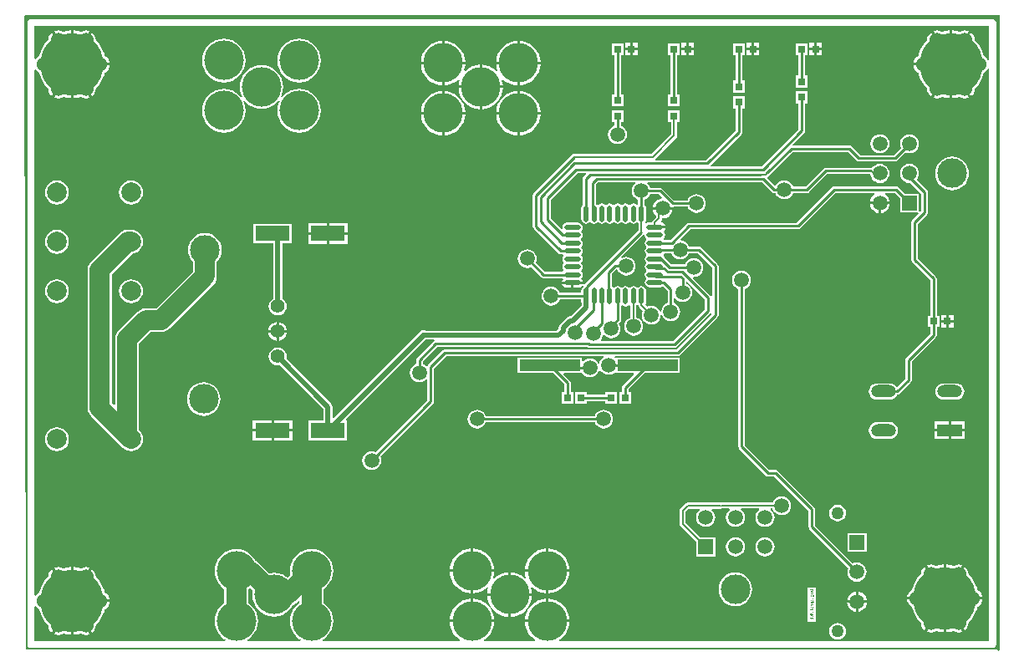
<source format=gtl>
G04 Layer_Physical_Order=1*
G04 Layer_Color=255*
%FSLAX44Y44*%
%MOMM*%
G71*
G01*
G75*
%ADD10R,0.7620X0.7620*%
%ADD11O,0.5500X1.6500*%
%ADD12O,1.6500X0.5500*%
%ADD13R,6.0960X1.2000*%
%ADD14R,2.5400X1.2700*%
%ADD15O,2.5400X1.2700*%
%ADD16R,0.8000X0.8000*%
%ADD17R,3.5000X1.6000*%
%ADD18C,0.2500*%
%ADD19C,0.2000*%
%ADD20C,0.5000*%
%ADD21C,2.0000*%
%ADD22C,0.6000*%
%ADD23C,1.2700*%
%ADD24R,1.5200X1.5200*%
%ADD25C,1.5200*%
%ADD26C,3.0000*%
%ADD27R,1.5200X1.5200*%
%ADD28C,2.0000*%
%ADD29C,4.0000*%
%ADD30C,1.5240*%
%ADD31C,6.3500*%
%ADD32C,3.0000*%
%ADD33C,1.4000*%
%ADD34C,1.5000*%
G36*
X1502410Y769620D02*
X1501140Y768350D01*
X1499870Y769620D01*
X515620D01*
X514352Y1411341D01*
X515249Y1412240D01*
X1502410D01*
Y769620D01*
D02*
G37*
%LPC*%
G36*
X1495000Y1408569D02*
X521000D01*
X519634Y1408297D01*
X518477Y1407523D01*
X517703Y1406366D01*
X517431Y1405000D01*
Y775000D01*
X517703Y773634D01*
X518477Y772477D01*
X519634Y771703D01*
X521000Y771431D01*
X1495000D01*
X1496366Y771703D01*
X1497523Y772477D01*
X1498297Y773634D01*
X1498569Y775000D01*
Y1405000D01*
X1498297Y1406366D01*
X1497523Y1407523D01*
X1496366Y1408297D01*
X1495000Y1408569D01*
D02*
G37*
%LPD*%
G36*
X1491431Y1366960D02*
X1490161Y1366707D01*
X1489695Y1367834D01*
X1488066Y1369956D01*
X1486030Y1371519D01*
X1485593Y1373339D01*
X1483527Y1378326D01*
X1480707Y1382928D01*
X1477202Y1387032D01*
X1477066Y1387148D01*
X1476749Y1389559D01*
X1475725Y1392031D01*
X1474096Y1394153D01*
X1472990Y1395002D01*
X1467950Y1386272D01*
X1465750Y1387542D01*
X1470790Y1396272D01*
X1469502Y1396805D01*
X1466850Y1397155D01*
X1464198Y1396805D01*
X1461832Y1395825D01*
X1458261Y1396683D01*
X1454150Y1397006D01*
Y1362710D01*
Y1328414D01*
X1458261Y1328737D01*
X1461832Y1329595D01*
X1464198Y1328615D01*
X1466850Y1328266D01*
X1469502Y1328615D01*
X1470790Y1329148D01*
X1465750Y1337878D01*
X1467950Y1339148D01*
X1472990Y1330418D01*
X1474096Y1331267D01*
X1475725Y1333389D01*
X1476749Y1335861D01*
X1477066Y1338273D01*
X1477202Y1338388D01*
X1480707Y1342493D01*
X1483527Y1347095D01*
X1485593Y1352081D01*
X1486030Y1353901D01*
X1488066Y1355464D01*
X1489695Y1357586D01*
X1490161Y1358713D01*
X1491431Y1358460D01*
Y778569D01*
X1056462D01*
X1056154Y779800D01*
X1056523Y779998D01*
X1059955Y782815D01*
X1062772Y786247D01*
X1064865Y790163D01*
X1066154Y794411D01*
X1066464Y797560D01*
X1043940D01*
X1021416D01*
X1021726Y794411D01*
X1023015Y790163D01*
X1025108Y786247D01*
X1027925Y782815D01*
X1028528Y782320D01*
X1031357Y779998D01*
X1031726Y779800D01*
X1031418Y778569D01*
X980262D01*
X979954Y779800D01*
X980323Y779998D01*
X983755Y782815D01*
X986572Y786247D01*
X988665Y790163D01*
X989954Y794411D01*
X990264Y797560D01*
X967740D01*
X945216D01*
X945526Y794411D01*
X946815Y790163D01*
X948908Y786247D01*
X951725Y782815D01*
X952327Y782320D01*
X955157Y779998D01*
X955526Y779800D01*
X955218Y778569D01*
X816557D01*
X816248Y779800D01*
X817462Y780449D01*
X819651Y782246D01*
X820812Y783198D01*
X823561Y786548D01*
X825604Y790370D01*
X826862Y794517D01*
X827286Y798830D01*
X826862Y803143D01*
X825604Y807290D01*
X823561Y811112D01*
X820812Y814462D01*
X817462Y817211D01*
X817284Y817306D01*
Y831154D01*
X817462Y831249D01*
X820812Y833998D01*
X823561Y837348D01*
X825604Y841170D01*
X826862Y845317D01*
X827286Y849630D01*
X826862Y853943D01*
X825604Y858090D01*
X823561Y861912D01*
X820812Y865262D01*
X817462Y868011D01*
X813640Y870054D01*
X809493Y871312D01*
X805180Y871736D01*
X800867Y871312D01*
X796720Y870054D01*
X792898Y868011D01*
X789548Y865262D01*
X786799Y861912D01*
X784756Y858090D01*
X783498Y853943D01*
X783074Y849630D01*
X783498Y845317D01*
X783557Y845124D01*
X780983Y842550D01*
X779362Y843881D01*
X775540Y845924D01*
X771393Y847182D01*
X767080Y847606D01*
X762767Y847182D01*
X762574Y847123D01*
X751508Y858188D01*
X749002Y860112D01*
X748130Y860473D01*
X747361Y861912D01*
X744612Y865262D01*
X741262Y868011D01*
X737440Y870054D01*
X733293Y871312D01*
X728980Y871736D01*
X724667Y871312D01*
X720520Y870054D01*
X716698Y868011D01*
X713348Y865262D01*
X710599Y861912D01*
X708556Y858090D01*
X707298Y853943D01*
X706874Y849630D01*
X707298Y845317D01*
X708556Y841170D01*
X710599Y837348D01*
X713348Y833998D01*
X716698Y831249D01*
X716876Y831154D01*
Y817306D01*
X716698Y817211D01*
X713348Y814462D01*
X710599Y811112D01*
X708556Y807290D01*
X707298Y803143D01*
X706874Y798830D01*
X707298Y794517D01*
X708556Y790370D01*
X710599Y786548D01*
X713348Y783198D01*
X716698Y780449D01*
X717912Y779800D01*
X717603Y778569D01*
X524569D01*
Y813522D01*
X525710Y813980D01*
X525839Y813970D01*
X527424Y811904D01*
X529460Y810341D01*
X529897Y808521D01*
X531963Y803534D01*
X534783Y798932D01*
X538288Y794828D01*
X538424Y794713D01*
X538741Y792301D01*
X539765Y789829D01*
X541394Y787707D01*
X542500Y786858D01*
X547540Y795588D01*
X549740Y794318D01*
X544700Y785588D01*
X545988Y785055D01*
X548640Y784706D01*
X551292Y785055D01*
X553658Y786035D01*
X557229Y785177D01*
X561340Y784854D01*
Y819150D01*
Y853446D01*
X557229Y853123D01*
X553658Y852265D01*
X551292Y853245D01*
X548640Y853595D01*
X545988Y853245D01*
X544700Y852712D01*
X549740Y843982D01*
X547540Y842712D01*
X542500Y851442D01*
X541394Y850593D01*
X539765Y848471D01*
X538741Y845999D01*
X538424Y843587D01*
X538288Y843472D01*
X534783Y839368D01*
X531963Y834765D01*
X529897Y829779D01*
X529460Y827959D01*
X527424Y826396D01*
X525839Y824330D01*
X525710Y824320D01*
X524569Y824778D01*
Y1357083D01*
X525710Y1357540D01*
X525839Y1357530D01*
X527424Y1355464D01*
X529460Y1353901D01*
X529897Y1352081D01*
X531963Y1347095D01*
X534783Y1342493D01*
X538288Y1338388D01*
X538424Y1338273D01*
X538741Y1335861D01*
X539765Y1333389D01*
X541394Y1331267D01*
X542500Y1330418D01*
X547540Y1339148D01*
X549740Y1337878D01*
X544700Y1329148D01*
X545988Y1328615D01*
X548640Y1328266D01*
X551292Y1328615D01*
X553658Y1329595D01*
X557229Y1328737D01*
X561340Y1328414D01*
Y1362710D01*
Y1397006D01*
X557229Y1396683D01*
X553658Y1395825D01*
X551292Y1396805D01*
X548640Y1397155D01*
X545988Y1396805D01*
X544700Y1396272D01*
X549740Y1387542D01*
X547540Y1386272D01*
X542500Y1395002D01*
X541394Y1394153D01*
X539765Y1392031D01*
X538741Y1389559D01*
X538424Y1387148D01*
X538288Y1387032D01*
X534783Y1382928D01*
X531963Y1378326D01*
X529897Y1373339D01*
X529460Y1371519D01*
X527424Y1369956D01*
X525839Y1367890D01*
X525710Y1367880D01*
X524569Y1368338D01*
Y1401431D01*
X1491431D01*
Y1366960D01*
D02*
G37*
G36*
X745457Y830006D02*
X745398Y829813D01*
X744974Y825500D01*
X745398Y821187D01*
X746656Y817040D01*
X748699Y813218D01*
X751448Y809868D01*
X754798Y807119D01*
X758620Y805076D01*
X762767Y803818D01*
X767080Y803394D01*
X771393Y803818D01*
X775540Y805076D01*
X779362Y807119D01*
X782712Y809868D01*
X785461Y813218D01*
X786230Y814657D01*
X787102Y815018D01*
X789609Y816942D01*
X791903Y819236D01*
X793076Y818750D01*
Y817306D01*
X792898Y817211D01*
X789548Y814462D01*
X786799Y811112D01*
X784756Y807290D01*
X783498Y803143D01*
X783074Y798830D01*
X783498Y794517D01*
X784756Y790370D01*
X786799Y786548D01*
X789548Y783198D01*
X792898Y780449D01*
X794112Y779800D01*
X793803Y778569D01*
X740357D01*
X740048Y779800D01*
X741262Y780449D01*
X744612Y783198D01*
X747361Y786548D01*
X749404Y790370D01*
X750662Y794517D01*
X751086Y798830D01*
X750662Y803143D01*
X749404Y807290D01*
X747361Y811112D01*
X744612Y814462D01*
X741262Y817211D01*
X741084Y817306D01*
Y831154D01*
X741262Y831249D01*
X742883Y832580D01*
X745457Y830006D01*
D02*
G37*
%LPC*%
G36*
X576580Y1397155D02*
X573928Y1396805D01*
X571562Y1395825D01*
X567991Y1396683D01*
X563880Y1397006D01*
Y1362710D01*
Y1328414D01*
X567991Y1328737D01*
X571562Y1329595D01*
X573928Y1328615D01*
X576580Y1328266D01*
X579232Y1328615D01*
X580520Y1329148D01*
X575480Y1337878D01*
X577680Y1339148D01*
X582720Y1330418D01*
X583826Y1331267D01*
X585455Y1333389D01*
X586479Y1335861D01*
X586796Y1338273D01*
X586932Y1338388D01*
X590437Y1342493D01*
X593257Y1347095D01*
X595323Y1352081D01*
X595760Y1353901D01*
X597796Y1355464D01*
X599425Y1357586D01*
X600448Y1360058D01*
X600630Y1361440D01*
X590550D01*
Y1363980D01*
X600630D01*
X600448Y1365362D01*
X599425Y1367834D01*
X597796Y1369956D01*
X595760Y1371519D01*
X595323Y1373339D01*
X593257Y1378326D01*
X590437Y1382928D01*
X586932Y1387032D01*
X586796Y1387148D01*
X586479Y1389559D01*
X585455Y1392031D01*
X583826Y1394153D01*
X582720Y1395002D01*
X577680Y1386272D01*
X575480Y1387542D01*
X580520Y1396272D01*
X579232Y1396805D01*
X576580Y1397155D01*
D02*
G37*
G36*
X1438910D02*
X1436258Y1396805D01*
X1434970Y1396272D01*
X1440010Y1387542D01*
X1437810Y1386272D01*
X1432770Y1395002D01*
X1431664Y1394153D01*
X1430035Y1392031D01*
X1429012Y1389559D01*
X1428694Y1387148D01*
X1428558Y1387032D01*
X1425053Y1382928D01*
X1422233Y1378326D01*
X1420167Y1373339D01*
X1419731Y1371519D01*
X1417694Y1369956D01*
X1416065Y1367834D01*
X1415042Y1365362D01*
X1414859Y1363980D01*
X1424940D01*
Y1361440D01*
X1414859D01*
X1415042Y1360058D01*
X1416065Y1357586D01*
X1417694Y1355464D01*
X1419731Y1353901D01*
X1420167Y1352081D01*
X1422233Y1347095D01*
X1425053Y1342493D01*
X1428558Y1338388D01*
X1428694Y1338273D01*
X1429012Y1335861D01*
X1430035Y1333389D01*
X1431664Y1331267D01*
X1432770Y1330418D01*
X1437810Y1339148D01*
X1440010Y1337878D01*
X1434970Y1329148D01*
X1436258Y1328615D01*
X1438910Y1328266D01*
X1441562Y1328615D01*
X1443928Y1329595D01*
X1447499Y1328737D01*
X1451610Y1328414D01*
Y1362710D01*
Y1397006D01*
X1447499Y1396683D01*
X1443928Y1395825D01*
X1441562Y1396805D01*
X1438910Y1397155D01*
D02*
G37*
G36*
X1322070Y1384300D02*
X1316990D01*
Y1379220D01*
X1322070D01*
Y1384300D01*
D02*
G37*
G36*
X1314450D02*
X1309370D01*
Y1379220D01*
X1314450D01*
Y1384300D01*
D02*
G37*
G36*
X1258570D02*
X1253490D01*
Y1379220D01*
X1258570D01*
Y1384300D01*
D02*
G37*
G36*
X1250950D02*
X1245870D01*
Y1379220D01*
X1250950D01*
Y1384300D01*
D02*
G37*
G36*
X1192530D02*
X1187450D01*
Y1379220D01*
X1192530D01*
Y1384300D01*
D02*
G37*
G36*
X1184910D02*
X1179830D01*
Y1379220D01*
X1184910D01*
Y1384300D01*
D02*
G37*
G36*
X1135380D02*
X1130300D01*
Y1379220D01*
X1135380D01*
Y1384300D01*
D02*
G37*
G36*
X1127760D02*
X1122680D01*
Y1379220D01*
X1127760D01*
Y1384300D01*
D02*
G37*
G36*
X1322070Y1376680D02*
X1316990D01*
Y1371600D01*
X1322070D01*
Y1376680D01*
D02*
G37*
G36*
X1314450D02*
X1309370D01*
Y1371600D01*
X1314450D01*
Y1376680D01*
D02*
G37*
G36*
X1258570D02*
X1253490D01*
Y1371600D01*
X1258570D01*
Y1376680D01*
D02*
G37*
G36*
X1250950D02*
X1245870D01*
Y1371600D01*
X1250950D01*
Y1376680D01*
D02*
G37*
G36*
X1192530D02*
X1187450D01*
Y1371600D01*
X1192530D01*
Y1376680D01*
D02*
G37*
G36*
X1184910D02*
X1179830D01*
Y1371600D01*
X1184910D01*
Y1376680D01*
D02*
G37*
G36*
X1135380D02*
X1130300D01*
Y1371600D01*
X1135380D01*
Y1376680D01*
D02*
G37*
G36*
X1127760D02*
X1122680D01*
Y1371600D01*
X1127760D01*
Y1376680D01*
D02*
G37*
G36*
X1016000Y1386504D02*
Y1365250D01*
X1037254D01*
X1036944Y1368399D01*
X1035655Y1372647D01*
X1033562Y1376563D01*
X1030745Y1379995D01*
X1027313Y1382812D01*
X1023397Y1384905D01*
X1019149Y1386194D01*
X1016000Y1386504D01*
D02*
G37*
G36*
X939800D02*
Y1365250D01*
X961054D01*
X960744Y1368399D01*
X959455Y1372647D01*
X957362Y1376563D01*
X954545Y1379995D01*
X951113Y1382812D01*
X947197Y1384905D01*
X942949Y1386194D01*
X939800Y1386504D01*
D02*
G37*
G36*
X1013460D02*
X1010311Y1386194D01*
X1006063Y1384905D01*
X1002147Y1382812D01*
X998715Y1379995D01*
X995898Y1376563D01*
X993805Y1372647D01*
X992516Y1368399D01*
X992206Y1365250D01*
X1013460D01*
Y1386504D01*
D02*
G37*
G36*
X937260D02*
X934111Y1386194D01*
X929863Y1384905D01*
X925947Y1382812D01*
X922515Y1379995D01*
X919698Y1376563D01*
X917605Y1372647D01*
X916316Y1368399D01*
X916006Y1365250D01*
X937260D01*
Y1386504D01*
D02*
G37*
G36*
X1013460Y1362710D02*
X992206D01*
X992516Y1359561D01*
X993303Y1356969D01*
X992199Y1356232D01*
X989213Y1358682D01*
X985297Y1360775D01*
X981049Y1362064D01*
X977900Y1362374D01*
Y1341120D01*
X999154D01*
X998844Y1344269D01*
X998057Y1346861D01*
X999161Y1347599D01*
X1002147Y1345148D01*
X1006063Y1343055D01*
X1010311Y1341766D01*
X1013460Y1341456D01*
Y1362710D01*
D02*
G37*
G36*
X792480Y1388626D02*
X788167Y1388202D01*
X784020Y1386944D01*
X780198Y1384901D01*
X776848Y1382152D01*
X774099Y1378802D01*
X772056Y1374980D01*
X770798Y1370833D01*
X770374Y1366520D01*
X770798Y1362207D01*
X772056Y1358060D01*
X774099Y1354238D01*
X776848Y1350888D01*
X780198Y1348139D01*
X784020Y1346096D01*
X788167Y1344838D01*
X792480Y1344414D01*
X796793Y1344838D01*
X800940Y1346096D01*
X804762Y1348139D01*
X808112Y1350888D01*
X810861Y1354238D01*
X812904Y1358060D01*
X814162Y1362207D01*
X814586Y1366520D01*
X814162Y1370833D01*
X812904Y1374980D01*
X810861Y1378802D01*
X808112Y1382152D01*
X804762Y1384901D01*
X800940Y1386944D01*
X796793Y1388202D01*
X792480Y1388626D01*
D02*
G37*
G36*
X716280D02*
X711967Y1388202D01*
X707820Y1386944D01*
X703998Y1384901D01*
X700648Y1382152D01*
X697899Y1378802D01*
X695856Y1374980D01*
X694598Y1370833D01*
X694174Y1366520D01*
X694598Y1362207D01*
X695856Y1358060D01*
X697899Y1354238D01*
X700648Y1350888D01*
X703998Y1348139D01*
X707820Y1346096D01*
X711967Y1344838D01*
X716280Y1344414D01*
X720593Y1344838D01*
X724740Y1346096D01*
X728562Y1348139D01*
X731912Y1350888D01*
X734661Y1354238D01*
X736704Y1358060D01*
X737962Y1362207D01*
X738386Y1366520D01*
X737962Y1370833D01*
X736704Y1374980D01*
X734661Y1378802D01*
X731912Y1382152D01*
X728562Y1384901D01*
X724740Y1386944D01*
X720593Y1388202D01*
X716280Y1388626D01*
D02*
G37*
G36*
X1037254Y1362710D02*
X1016000D01*
Y1341456D01*
X1019149Y1341766D01*
X1023397Y1343055D01*
X1027313Y1345148D01*
X1030745Y1347965D01*
X1033562Y1351397D01*
X1035655Y1355313D01*
X1036944Y1359561D01*
X1037254Y1362710D01*
D02*
G37*
G36*
X937260D02*
X916006D01*
X916316Y1359561D01*
X917605Y1355313D01*
X919698Y1351397D01*
X922515Y1347965D01*
X925947Y1345148D01*
X929863Y1343055D01*
X934111Y1341766D01*
X937260Y1341456D01*
Y1362710D01*
D02*
G37*
G36*
X961054D02*
X939800D01*
Y1341456D01*
X942949Y1341766D01*
X947197Y1343055D01*
X951113Y1345148D01*
X954099Y1347599D01*
X955203Y1346861D01*
X954416Y1344269D01*
X954106Y1341120D01*
X975360D01*
Y1362374D01*
X972211Y1362064D01*
X967963Y1360775D01*
X964047Y1358682D01*
X961061Y1356232D01*
X959957Y1356969D01*
X960744Y1359561D01*
X961054Y1362710D01*
D02*
G37*
G36*
X1307560Y1383760D02*
X1295940D01*
Y1372140D01*
X1298436D01*
Y1351310D01*
X1295750D01*
Y1339310D01*
X1307750D01*
Y1351310D01*
X1305064D01*
Y1372140D01*
X1307560D01*
Y1383760D01*
D02*
G37*
G36*
X1244060D02*
X1232440D01*
Y1372140D01*
X1234936D01*
Y1346230D01*
X1232250D01*
Y1334230D01*
X1244250D01*
Y1346230D01*
X1241564D01*
Y1372140D01*
X1244060D01*
Y1383760D01*
D02*
G37*
G36*
X754380Y1361956D02*
X750067Y1361532D01*
X745920Y1360274D01*
X742098Y1358231D01*
X738748Y1355482D01*
X735999Y1352132D01*
X733956Y1348310D01*
X732698Y1344163D01*
X732274Y1339850D01*
X732698Y1335537D01*
X733956Y1331390D01*
X734766Y1329876D01*
X733705Y1329167D01*
X731912Y1331352D01*
X728562Y1334101D01*
X724740Y1336144D01*
X720593Y1337402D01*
X716280Y1337826D01*
X711967Y1337402D01*
X707820Y1336144D01*
X703998Y1334101D01*
X700648Y1331352D01*
X697899Y1328002D01*
X695856Y1324180D01*
X694598Y1320033D01*
X694174Y1315720D01*
X694598Y1311407D01*
X695856Y1307260D01*
X697899Y1303438D01*
X700648Y1300088D01*
X703998Y1297339D01*
X707820Y1295296D01*
X711967Y1294038D01*
X716280Y1293614D01*
X720593Y1294038D01*
X724740Y1295296D01*
X728562Y1297339D01*
X731912Y1300088D01*
X734661Y1303438D01*
X736704Y1307260D01*
X737962Y1311407D01*
X738386Y1315720D01*
X737962Y1320033D01*
X736704Y1324180D01*
X735894Y1325694D01*
X736955Y1326403D01*
X738748Y1324218D01*
X742098Y1321469D01*
X745920Y1319426D01*
X750067Y1318168D01*
X754380Y1317744D01*
X758693Y1318168D01*
X762840Y1319426D01*
X766662Y1321469D01*
X770012Y1324218D01*
X771805Y1326403D01*
X772866Y1325694D01*
X772056Y1324180D01*
X770798Y1320033D01*
X770374Y1315720D01*
X770798Y1311407D01*
X772056Y1307260D01*
X774099Y1303438D01*
X776848Y1300088D01*
X780198Y1297339D01*
X784020Y1295296D01*
X788167Y1294038D01*
X792480Y1293614D01*
X796793Y1294038D01*
X800940Y1295296D01*
X804762Y1297339D01*
X808112Y1300088D01*
X810861Y1303438D01*
X812904Y1307260D01*
X814162Y1311407D01*
X814586Y1315720D01*
X814162Y1320033D01*
X812904Y1324180D01*
X810861Y1328002D01*
X808112Y1331352D01*
X804762Y1334101D01*
X800940Y1336144D01*
X796793Y1337402D01*
X792480Y1337826D01*
X788167Y1337402D01*
X784020Y1336144D01*
X780198Y1334101D01*
X776848Y1331352D01*
X775055Y1329167D01*
X773994Y1329876D01*
X774804Y1331390D01*
X776062Y1335537D01*
X776486Y1339850D01*
X776062Y1344163D01*
X774804Y1348310D01*
X772761Y1352132D01*
X770012Y1355482D01*
X766662Y1358231D01*
X762840Y1360274D01*
X758693Y1361532D01*
X754380Y1361956D01*
D02*
G37*
G36*
X1178020Y1383760D02*
X1166400D01*
Y1372140D01*
X1168896D01*
Y1332260D01*
X1166210D01*
Y1320260D01*
X1178210D01*
Y1332260D01*
X1175524D01*
Y1372140D01*
X1178020D01*
Y1383760D01*
D02*
G37*
G36*
X1120870D02*
X1109250D01*
Y1372140D01*
X1111746D01*
Y1332260D01*
X1109060D01*
Y1320260D01*
X1121060D01*
Y1332260D01*
X1118374D01*
Y1372140D01*
X1120870D01*
Y1383760D01*
D02*
G37*
G36*
X999154Y1338580D02*
X977900D01*
Y1317326D01*
X981049Y1317636D01*
X985297Y1318925D01*
X989213Y1321018D01*
X992645Y1323835D01*
X995462Y1327267D01*
X997555Y1331183D01*
X998844Y1335431D01*
X999154Y1338580D01*
D02*
G37*
G36*
X975360D02*
X954106D01*
X954416Y1335431D01*
X955705Y1331183D01*
X957798Y1327267D01*
X960615Y1323835D01*
X964047Y1321018D01*
X967963Y1318925D01*
X972211Y1317636D01*
X975360Y1317326D01*
Y1338580D01*
D02*
G37*
G36*
X1016000Y1335704D02*
Y1314450D01*
X1037254D01*
X1036944Y1317599D01*
X1035655Y1321847D01*
X1033562Y1325763D01*
X1030745Y1329195D01*
X1027313Y1332012D01*
X1023397Y1334105D01*
X1019149Y1335394D01*
X1016000Y1335704D01*
D02*
G37*
G36*
X939800D02*
Y1314450D01*
X961054D01*
X960744Y1317599D01*
X959455Y1321847D01*
X957362Y1325763D01*
X954545Y1329195D01*
X951113Y1332012D01*
X947197Y1334105D01*
X942949Y1335394D01*
X939800Y1335704D01*
D02*
G37*
G36*
X1013460D02*
X1010311Y1335394D01*
X1006063Y1334105D01*
X1002147Y1332012D01*
X998715Y1329195D01*
X995898Y1325763D01*
X993805Y1321847D01*
X992516Y1317599D01*
X992206Y1314450D01*
X1013460D01*
Y1335704D01*
D02*
G37*
G36*
X937260D02*
X934111Y1335394D01*
X929863Y1334105D01*
X925947Y1332012D01*
X922515Y1329195D01*
X919698Y1325763D01*
X917605Y1321847D01*
X916316Y1317599D01*
X916006Y1314450D01*
X937260D01*
Y1335704D01*
D02*
G37*
G36*
X1037254Y1311910D02*
X1016000D01*
Y1290656D01*
X1019149Y1290966D01*
X1023397Y1292255D01*
X1027313Y1294348D01*
X1030745Y1297165D01*
X1033562Y1300597D01*
X1035655Y1304513D01*
X1036944Y1308761D01*
X1037254Y1311910D01*
D02*
G37*
G36*
X961054D02*
X939800D01*
Y1290656D01*
X942949Y1290966D01*
X947197Y1292255D01*
X951113Y1294348D01*
X954545Y1297165D01*
X957362Y1300597D01*
X959455Y1304513D01*
X960744Y1308761D01*
X961054Y1311910D01*
D02*
G37*
G36*
X1013460D02*
X992206D01*
X992516Y1308761D01*
X993805Y1304513D01*
X995898Y1300597D01*
X998715Y1297165D01*
X1002147Y1294348D01*
X1006063Y1292255D01*
X1010311Y1290966D01*
X1013460Y1290656D01*
Y1311910D01*
D02*
G37*
G36*
X937260D02*
X916006D01*
X916316Y1308761D01*
X917605Y1304513D01*
X919698Y1300597D01*
X922515Y1297165D01*
X925947Y1294348D01*
X929863Y1292255D01*
X934111Y1290966D01*
X937260Y1290656D01*
Y1311910D01*
D02*
G37*
G36*
X1121060Y1316260D02*
X1109060D01*
Y1304260D01*
X1111746D01*
Y1300500D01*
X1110269Y1299888D01*
X1108285Y1298365D01*
X1106762Y1296381D01*
X1105805Y1294070D01*
X1105478Y1291590D01*
X1105805Y1289110D01*
X1106762Y1286799D01*
X1108285Y1284814D01*
X1110269Y1283292D01*
X1112580Y1282334D01*
X1115060Y1282008D01*
X1117540Y1282334D01*
X1119851Y1283292D01*
X1121835Y1284814D01*
X1123358Y1286799D01*
X1124315Y1289110D01*
X1124642Y1291590D01*
X1124315Y1294070D01*
X1123358Y1296381D01*
X1121835Y1298365D01*
X1119851Y1299888D01*
X1118374Y1300500D01*
Y1304260D01*
X1121060D01*
Y1316260D01*
D02*
G37*
G36*
X1380820Y1291903D02*
X1378314Y1291573D01*
X1375979Y1290606D01*
X1373974Y1289067D01*
X1372435Y1287062D01*
X1371468Y1284726D01*
X1371138Y1282220D01*
X1371468Y1279714D01*
X1372435Y1277379D01*
X1373974Y1275373D01*
X1375979Y1273835D01*
X1378314Y1272867D01*
X1380820Y1272537D01*
X1383327Y1272867D01*
X1385662Y1273835D01*
X1387667Y1275373D01*
X1389206Y1277379D01*
X1390173Y1279714D01*
X1390503Y1282220D01*
X1390173Y1284726D01*
X1389206Y1287062D01*
X1387667Y1289067D01*
X1385662Y1290606D01*
X1383327Y1291573D01*
X1380820Y1291903D01*
D02*
G37*
G36*
X1307750Y1335310D02*
X1295750D01*
Y1323310D01*
X1298436D01*
Y1296772D01*
X1261008Y1259344D01*
X1209756D01*
X1209230Y1260614D01*
X1240593Y1291977D01*
X1241311Y1293052D01*
X1241564Y1294320D01*
Y1318230D01*
X1244250D01*
Y1330230D01*
X1232250D01*
Y1318230D01*
X1234936D01*
Y1295693D01*
X1204938Y1265694D01*
X1153706D01*
X1153179Y1266964D01*
X1174373Y1288157D01*
X1174373Y1288157D01*
X1175036Y1289149D01*
X1175269Y1290320D01*
X1175269Y1290320D01*
Y1304260D01*
X1178210D01*
Y1316260D01*
X1166210D01*
Y1304260D01*
X1169151D01*
Y1291587D01*
X1149353Y1271789D01*
X1072915D01*
X1072911Y1271791D01*
X1071643Y1272044D01*
X1070936D01*
X1069668Y1271791D01*
X1068593Y1271073D01*
X1030557Y1233037D01*
X1029839Y1231962D01*
X1029774Y1231636D01*
X1029589Y1231359D01*
X1029336Y1230091D01*
Y1198740D01*
X1029589Y1197472D01*
X1030307Y1196397D01*
X1031057Y1195647D01*
X1031057Y1195647D01*
X1055377Y1171327D01*
X1056452Y1170609D01*
X1057720Y1170356D01*
X1059586D01*
X1060446Y1169197D01*
X1060402Y1168834D01*
X1059526Y1167523D01*
X1059157Y1165670D01*
X1059526Y1163817D01*
X1060575Y1162245D01*
Y1161095D01*
X1059526Y1159523D01*
X1059157Y1157670D01*
X1059526Y1155817D01*
X1060402Y1154506D01*
X1060446Y1154143D01*
X1059586Y1152984D01*
X1041183D01*
X1032263Y1161903D01*
X1032876Y1163380D01*
X1033202Y1165860D01*
X1032876Y1168340D01*
X1031918Y1170651D01*
X1030395Y1172635D01*
X1028411Y1174158D01*
X1026100Y1175116D01*
X1023620Y1175442D01*
X1021140Y1175116D01*
X1018829Y1174158D01*
X1016844Y1172635D01*
X1015322Y1170651D01*
X1014364Y1168340D01*
X1014038Y1165860D01*
X1014364Y1163380D01*
X1015322Y1161069D01*
X1016844Y1159084D01*
X1018829Y1157562D01*
X1021140Y1156605D01*
X1023620Y1156278D01*
X1026100Y1156605D01*
X1027577Y1157216D01*
X1037467Y1147327D01*
X1038542Y1146609D01*
X1039810Y1146356D01*
X1059358D01*
X1059398Y1146314D01*
X1059921Y1145086D01*
X1059017Y1143734D01*
X1058859Y1142940D01*
X1069500D01*
X1080141D01*
X1079983Y1143734D01*
X1079047Y1145134D01*
X1078425Y1146245D01*
X1079474Y1147817D01*
X1079843Y1149670D01*
X1079474Y1151523D01*
X1078598Y1152834D01*
X1078567Y1153093D01*
X1078495Y1153670D01*
X1078598Y1154506D01*
X1079474Y1155817D01*
X1079843Y1157670D01*
X1079474Y1159523D01*
X1078425Y1161095D01*
Y1162245D01*
X1079474Y1163817D01*
X1079843Y1165670D01*
X1079474Y1167523D01*
X1078598Y1168834D01*
X1078495Y1169670D01*
D01*
X1078598Y1170506D01*
X1079474Y1171817D01*
X1079843Y1173670D01*
X1079474Y1175523D01*
X1078598Y1176834D01*
X1078495Y1177670D01*
X1078598Y1178506D01*
X1079474Y1179817D01*
X1079843Y1181670D01*
X1079474Y1183523D01*
X1078425Y1185095D01*
Y1186245D01*
X1079474Y1187817D01*
X1079843Y1189670D01*
X1079474Y1191523D01*
X1078598Y1192834D01*
X1078495Y1193670D01*
X1078598Y1194506D01*
X1079474Y1195817D01*
X1079843Y1197670D01*
X1079474Y1199523D01*
X1078425Y1201095D01*
X1076853Y1202144D01*
X1075000Y1202513D01*
X1064000D01*
X1062147Y1202144D01*
X1060575Y1201095D01*
X1059526Y1199523D01*
X1059157Y1197670D01*
X1059449Y1196204D01*
X1058278Y1195578D01*
X1047254Y1206602D01*
Y1225447D01*
X1074523Y1252716D01*
X1082880D01*
X1083366Y1251543D01*
X1080907Y1249083D01*
X1080189Y1248008D01*
X1079936Y1246740D01*
Y1220419D01*
X1079826Y1220345D01*
X1078776Y1218773D01*
X1078407Y1216920D01*
Y1205920D01*
X1078776Y1204067D01*
X1079826Y1202495D01*
X1081397Y1201446D01*
X1083250Y1201077D01*
X1085103Y1201446D01*
X1086414Y1202321D01*
X1087250Y1202424D01*
X1088086Y1202321D01*
X1089397Y1201446D01*
X1091250Y1201077D01*
X1093103Y1201446D01*
X1094414Y1202321D01*
X1095250Y1202424D01*
X1096086Y1202321D01*
X1097397Y1201446D01*
X1099250Y1201077D01*
X1101103Y1201446D01*
X1102414Y1202321D01*
X1103250Y1202424D01*
D01*
X1104086Y1202321D01*
X1104086D01*
X1105397Y1201446D01*
X1107250Y1201077D01*
X1109103Y1201446D01*
X1110414Y1202321D01*
X1111250Y1202424D01*
X1112086Y1202321D01*
X1113397Y1201446D01*
X1115250Y1201077D01*
X1117103Y1201446D01*
X1118414Y1202321D01*
X1119250Y1202424D01*
X1120086Y1202321D01*
X1121397Y1201446D01*
X1123250Y1201077D01*
X1125103Y1201446D01*
X1126414Y1202321D01*
X1127250Y1202424D01*
X1128086Y1202321D01*
X1129397Y1201446D01*
X1131250Y1201077D01*
X1133103Y1201446D01*
X1134414Y1202321D01*
X1134979Y1202391D01*
X1136191Y1201609D01*
Y1194547D01*
X1081552Y1139908D01*
X1081383Y1139654D01*
X1081247Y1139452D01*
X1080051Y1139948D01*
X1080092Y1140156D01*
X1080141Y1140400D01*
X1070770D01*
Y1136276D01*
X1075000D01*
X1077064Y1136687D01*
X1078814Y1137856D01*
X1079483Y1138857D01*
X1079569Y1138987D01*
X1080792Y1138623D01*
X1080726Y1138294D01*
X1080581Y1137565D01*
Y1137350D01*
X1079826Y1136845D01*
X1078776Y1135273D01*
X1078407Y1133420D01*
Y1131234D01*
X1056820D01*
X1056208Y1132711D01*
X1054685Y1134695D01*
X1052701Y1136218D01*
X1050390Y1137175D01*
X1047910Y1137502D01*
X1045430Y1137175D01*
X1043119Y1136218D01*
X1041134Y1134695D01*
X1039612Y1132711D01*
X1038654Y1130400D01*
X1038328Y1127920D01*
X1038654Y1125440D01*
X1039612Y1123129D01*
X1041134Y1121144D01*
X1043119Y1119622D01*
X1045430Y1118664D01*
X1047910Y1118338D01*
X1050390Y1118664D01*
X1052701Y1119622D01*
X1054685Y1121144D01*
X1056208Y1123129D01*
X1056820Y1124606D01*
X1078407D01*
Y1122420D01*
X1078662Y1121139D01*
Y1118170D01*
X1068009Y1107518D01*
X1066909D01*
X1065154Y1107169D01*
X1063665Y1106174D01*
X1056636Y1099145D01*
X1055641Y1097656D01*
X1055292Y1095901D01*
Y1094800D01*
X1053469Y1092978D01*
X920403D01*
X920221Y1093100D01*
X918270Y1093488D01*
X916319Y1093100D01*
X914665Y1091995D01*
X827512Y1004841D01*
X826338Y1005327D01*
Y1015940D01*
X825989Y1017696D01*
X824994Y1019184D01*
X779666Y1064512D01*
X779968Y1066800D01*
X779658Y1069149D01*
X778752Y1071339D01*
X777309Y1073219D01*
X775429Y1074661D01*
X773240Y1075568D01*
X770890Y1075878D01*
X768540Y1075568D01*
X766351Y1074661D01*
X764471Y1073219D01*
X763028Y1071339D01*
X762122Y1069149D01*
X761812Y1066800D01*
X762122Y1064451D01*
X763028Y1062261D01*
X764471Y1060381D01*
X766351Y1058939D01*
X768540Y1058032D01*
X770890Y1057722D01*
X773178Y1058024D01*
X817162Y1014040D01*
Y1001870D01*
X802250D01*
Y981870D01*
X841250D01*
Y1001870D01*
X840619D01*
X840133Y1003043D01*
X920891Y1083802D01*
X929384D01*
X929618Y1082628D01*
X929598Y1082532D01*
X928567Y1081843D01*
X912057Y1065333D01*
X911339Y1064258D01*
X911086Y1062990D01*
Y1059200D01*
X909609Y1058588D01*
X907625Y1057065D01*
X906102Y1055081D01*
X905145Y1052770D01*
X904818Y1050290D01*
X905145Y1047810D01*
X906102Y1045499D01*
X907625Y1043515D01*
X909609Y1041992D01*
X911920Y1041034D01*
X914400Y1040708D01*
X916880Y1041034D01*
X919191Y1041992D01*
X921175Y1043515D01*
X921314Y1043695D01*
X922516Y1043287D01*
Y1022453D01*
X870097Y970033D01*
X868620Y970646D01*
X866140Y970972D01*
X863660Y970646D01*
X861349Y969688D01*
X859364Y968165D01*
X857842Y966181D01*
X856885Y963870D01*
X856558Y961390D01*
X856885Y958910D01*
X857842Y956599D01*
X859364Y954615D01*
X861349Y953092D01*
X863660Y952134D01*
X866140Y951808D01*
X868620Y952134D01*
X870931Y953092D01*
X872915Y954615D01*
X874438Y956599D01*
X875396Y958910D01*
X875722Y961390D01*
X875396Y963870D01*
X874783Y965347D01*
X928173Y1018737D01*
X928891Y1019812D01*
X929144Y1021080D01*
Y1054691D01*
X941749Y1067296D01*
X1100808D01*
X1100960Y1067005D01*
X1101142Y1066026D01*
X1099395Y1064685D01*
X1097872Y1062701D01*
X1096915Y1060390D01*
X1096862Y1059993D01*
X1095559Y1059822D01*
X1095418Y1060161D01*
X1093895Y1062145D01*
X1091911Y1063668D01*
X1089600Y1064625D01*
X1087120Y1064952D01*
X1084640Y1064625D01*
X1082329Y1063668D01*
X1080344Y1062145D01*
X1080163Y1061908D01*
X1078960Y1062317D01*
Y1065910D01*
X1014000D01*
Y1049910D01*
X1049794D01*
X1060946Y1038757D01*
Y1030700D01*
X1058450D01*
Y1019080D01*
X1070070D01*
Y1030700D01*
X1067574D01*
Y1040130D01*
X1067321Y1041398D01*
X1066603Y1042473D01*
X1060340Y1048737D01*
X1060826Y1049910D01*
X1078960D01*
X1078960Y1049910D01*
Y1049910D01*
X1079892Y1049185D01*
X1080344Y1048595D01*
X1082329Y1047072D01*
X1084640Y1046115D01*
X1087120Y1045788D01*
X1089600Y1046115D01*
X1091911Y1047072D01*
X1093895Y1048595D01*
X1095418Y1050579D01*
X1096376Y1052890D01*
X1096428Y1053287D01*
X1097731Y1053458D01*
X1097872Y1053119D01*
X1099395Y1051135D01*
X1101379Y1049612D01*
X1103690Y1048654D01*
X1106170Y1048328D01*
X1108650Y1048654D01*
X1110961Y1049612D01*
X1111790Y1050248D01*
X1113060Y1049910D01*
Y1049910D01*
X1113060Y1049910D01*
X1131195D01*
X1131681Y1048737D01*
X1120337Y1037393D01*
X1119619Y1036318D01*
X1119366Y1035050D01*
Y1030700D01*
X1116870D01*
Y1019080D01*
X1128490D01*
Y1030700D01*
X1125994D01*
Y1033677D01*
X1142226Y1049910D01*
X1178020D01*
Y1065910D01*
X1113060D01*
X1113060Y1065910D01*
Y1065910D01*
X1112124Y1066147D01*
X1112556Y1067296D01*
X1176020D01*
X1177288Y1067549D01*
X1178363Y1068267D01*
X1216463Y1106367D01*
X1217181Y1107442D01*
X1217434Y1108710D01*
Y1158240D01*
X1217181Y1159508D01*
X1216463Y1160583D01*
X1199953Y1177093D01*
X1198878Y1177811D01*
X1197610Y1178064D01*
X1187470D01*
X1186858Y1179541D01*
X1185335Y1181525D01*
X1183351Y1183048D01*
X1181040Y1184006D01*
X1179288Y1184236D01*
X1178833Y1185577D01*
X1188823Y1195566D01*
X1297940D01*
X1299208Y1195819D01*
X1300283Y1196537D01*
X1336143Y1232396D01*
X1375573D01*
X1375826Y1231126D01*
X1375707Y1231077D01*
X1373589Y1229452D01*
X1371963Y1227334D01*
X1370941Y1224867D01*
X1370760Y1223490D01*
X1380820D01*
X1390881D01*
X1390699Y1224867D01*
X1389678Y1227334D01*
X1388052Y1229452D01*
X1385934Y1231077D01*
X1385815Y1231126D01*
X1386068Y1232396D01*
X1395958D01*
X1401220Y1227134D01*
Y1212620D01*
X1419498D01*
X1420024Y1211350D01*
X1413707Y1205033D01*
X1412989Y1203958D01*
X1412736Y1202690D01*
Y1164590D01*
X1412989Y1163322D01*
X1413707Y1162247D01*
X1431786Y1144167D01*
Y1108170D01*
X1429290D01*
Y1096550D01*
X1431786D01*
Y1089763D01*
X1407357Y1065333D01*
X1406639Y1064258D01*
X1406386Y1062990D01*
Y1044043D01*
X1398560Y1036216D01*
X1397293Y1036299D01*
X1396605Y1037195D01*
X1394861Y1038534D01*
X1392830Y1039375D01*
X1390650Y1039662D01*
X1377950D01*
X1375770Y1039375D01*
X1373739Y1038534D01*
X1371995Y1037195D01*
X1370656Y1035451D01*
X1369815Y1033420D01*
X1369528Y1031240D01*
X1369815Y1029060D01*
X1370656Y1027029D01*
X1371995Y1025285D01*
X1373739Y1023946D01*
X1375770Y1023105D01*
X1377950Y1022818D01*
X1390650D01*
X1392830Y1023105D01*
X1394861Y1023946D01*
X1396605Y1025285D01*
X1397944Y1027029D01*
X1398320Y1027936D01*
X1399538Y1028179D01*
X1400613Y1028897D01*
X1412043Y1040327D01*
X1412761Y1041402D01*
X1413014Y1042670D01*
Y1061618D01*
X1437443Y1086047D01*
X1438161Y1087122D01*
X1438414Y1088390D01*
Y1096550D01*
X1440910D01*
Y1108170D01*
X1438414D01*
Y1145540D01*
X1438161Y1146808D01*
X1437443Y1147883D01*
X1419364Y1165963D01*
Y1201318D01*
X1428553Y1210507D01*
X1429271Y1211582D01*
X1429524Y1212850D01*
Y1233170D01*
X1429271Y1234438D01*
X1428553Y1235513D01*
X1418112Y1245954D01*
X1419206Y1247379D01*
X1420173Y1249714D01*
X1420503Y1252220D01*
X1420173Y1254726D01*
X1419206Y1257062D01*
X1417667Y1259067D01*
X1415662Y1260606D01*
X1413327Y1261573D01*
X1410820Y1261903D01*
X1408314Y1261573D01*
X1405979Y1260606D01*
X1403974Y1259067D01*
X1402435Y1257062D01*
X1401467Y1254726D01*
X1401138Y1252220D01*
X1401467Y1249714D01*
X1402435Y1247379D01*
X1403974Y1245374D01*
X1405979Y1243835D01*
X1408314Y1242867D01*
X1410820Y1242537D01*
X1412001Y1242693D01*
X1422896Y1231797D01*
Y1214223D01*
X1421690Y1213017D01*
X1420420Y1213543D01*
Y1231820D01*
X1405907D01*
X1399673Y1238053D01*
X1398598Y1238771D01*
X1397330Y1239024D01*
X1334770D01*
X1333502Y1238771D01*
X1332427Y1238053D01*
X1296568Y1202194D01*
X1187450D01*
X1186182Y1201941D01*
X1185107Y1201223D01*
X1168867Y1184984D01*
X1162322D01*
X1161925Y1185967D01*
Y1186245D01*
X1162974Y1187817D01*
X1163343Y1189670D01*
X1162974Y1191523D01*
X1161925Y1193094D01*
X1162548Y1194206D01*
X1163483Y1195606D01*
X1163641Y1196400D01*
X1153000D01*
Y1198940D01*
X1163641D01*
X1163483Y1199734D01*
X1162314Y1201484D01*
X1160564Y1202653D01*
X1159464Y1202872D01*
X1159046Y1204250D01*
X1159133Y1204337D01*
X1159796Y1205330D01*
X1160029Y1206500D01*
X1160160Y1206615D01*
X1160780Y1206533D01*
X1163401Y1206878D01*
X1165843Y1207890D01*
X1167941Y1209499D01*
X1169550Y1211597D01*
X1170562Y1214039D01*
X1170739Y1215390D01*
X1150821D01*
X1150998Y1214039D01*
X1152010Y1211597D01*
X1153619Y1209499D01*
X1153911Y1209276D01*
Y1207767D01*
X1150837Y1204693D01*
X1150174Y1203700D01*
X1150047Y1203064D01*
X1147500D01*
X1145436Y1202653D01*
X1144425Y1201978D01*
X1144370Y1201965D01*
X1142978Y1202536D01*
X1142913Y1202852D01*
X1143724Y1204067D01*
X1144093Y1205920D01*
Y1216920D01*
X1143724Y1218773D01*
X1142674Y1220345D01*
X1142504Y1220459D01*
Y1225530D01*
X1143981Y1226142D01*
X1145965Y1227664D01*
X1147488Y1229649D01*
X1148100Y1231126D01*
X1156868D01*
X1160025Y1227968D01*
X1159570Y1226627D01*
X1158159Y1226442D01*
X1155717Y1225430D01*
X1153619Y1223821D01*
X1152010Y1221723D01*
X1150998Y1219281D01*
X1150821Y1217930D01*
X1171502D01*
X1171955Y1218426D01*
X1186160D01*
X1186772Y1216949D01*
X1188295Y1214965D01*
X1190279Y1213442D01*
X1192590Y1212485D01*
X1195070Y1212158D01*
X1197550Y1212485D01*
X1199861Y1213442D01*
X1201845Y1214965D01*
X1203368Y1216949D01*
X1204325Y1219260D01*
X1204652Y1221740D01*
X1204325Y1224220D01*
X1203368Y1226531D01*
X1201845Y1228515D01*
X1199861Y1230038D01*
X1197550Y1230995D01*
X1195070Y1231322D01*
X1192590Y1230995D01*
X1190279Y1230038D01*
X1188295Y1228515D01*
X1186772Y1226531D01*
X1186160Y1225054D01*
X1172313D01*
X1160583Y1236783D01*
X1159508Y1237501D01*
X1158240Y1237754D01*
X1148100D01*
X1147488Y1239231D01*
X1145965Y1241215D01*
X1145117Y1241866D01*
X1145548Y1243136D01*
X1261697D01*
X1271467Y1233367D01*
X1272542Y1232649D01*
X1273810Y1232396D01*
X1275060D01*
X1275672Y1230919D01*
X1277195Y1228934D01*
X1279179Y1227412D01*
X1281490Y1226454D01*
X1283970Y1226128D01*
X1286450Y1226454D01*
X1288761Y1227412D01*
X1290746Y1228934D01*
X1292268Y1230919D01*
X1292880Y1232396D01*
X1306830D01*
X1308098Y1232649D01*
X1309173Y1233367D01*
X1327253Y1251446D01*
X1371098D01*
X1371261Y1251283D01*
X1371468Y1249714D01*
X1372435Y1247378D01*
X1373974Y1245373D01*
X1375979Y1243834D01*
X1378314Y1242867D01*
X1380820Y1242537D01*
X1383327Y1242867D01*
X1385662Y1243834D01*
X1387667Y1245373D01*
X1389206Y1247378D01*
X1390173Y1249714D01*
X1390503Y1252220D01*
X1390173Y1254726D01*
X1389206Y1257061D01*
X1387667Y1259066D01*
X1385662Y1260605D01*
X1383327Y1261573D01*
X1380820Y1261903D01*
X1378314Y1261573D01*
X1375979Y1260605D01*
X1373974Y1259066D01*
X1373066Y1257884D01*
X1372110Y1258074D01*
X1325880D01*
X1324612Y1257821D01*
X1323537Y1257103D01*
X1305457Y1239024D01*
X1292880D01*
X1292268Y1240501D01*
X1290746Y1242485D01*
X1288761Y1244008D01*
X1286450Y1244966D01*
X1283970Y1245292D01*
X1281490Y1244966D01*
X1279179Y1244008D01*
X1277195Y1242485D01*
X1275672Y1240501D01*
X1275533Y1240166D01*
X1274288Y1239919D01*
X1267001Y1247205D01*
X1267083Y1248787D01*
X1268283Y1249988D01*
X1268288Y1249989D01*
X1269363Y1250707D01*
X1292453Y1273796D01*
X1348387D01*
X1357067Y1265117D01*
X1358142Y1264399D01*
X1359410Y1264146D01*
X1396060D01*
X1397328Y1264399D01*
X1398403Y1265117D01*
X1406786Y1273500D01*
X1408314Y1272867D01*
X1410820Y1272537D01*
X1413327Y1272867D01*
X1415662Y1273835D01*
X1417667Y1275373D01*
X1419206Y1277379D01*
X1420173Y1279714D01*
X1420503Y1282220D01*
X1420173Y1284726D01*
X1419206Y1287062D01*
X1417667Y1289067D01*
X1415662Y1290606D01*
X1413327Y1291573D01*
X1410820Y1291903D01*
X1408314Y1291573D01*
X1405979Y1290606D01*
X1403974Y1289067D01*
X1402435Y1287062D01*
X1401467Y1284726D01*
X1401138Y1282220D01*
X1401467Y1279714D01*
X1402100Y1278186D01*
X1394688Y1270774D01*
X1360782D01*
X1352103Y1279453D01*
X1351028Y1280171D01*
X1349760Y1280424D01*
X1293119D01*
X1292633Y1281597D01*
X1304093Y1293057D01*
X1304811Y1294132D01*
X1305064Y1295400D01*
Y1323310D01*
X1307750D01*
Y1335310D01*
D02*
G37*
G36*
X1453819Y1269302D02*
X1450487Y1268974D01*
X1447283Y1268002D01*
X1444329Y1266423D01*
X1441741Y1264299D01*
X1439616Y1261710D01*
X1438038Y1258757D01*
X1437066Y1255552D01*
X1436737Y1252220D01*
X1437066Y1248887D01*
X1438038Y1245683D01*
X1439616Y1242729D01*
X1441741Y1240141D01*
X1444329Y1238016D01*
X1447283Y1236438D01*
X1450487Y1235466D01*
X1453819Y1235137D01*
X1457152Y1235466D01*
X1460357Y1236438D01*
X1463310Y1238016D01*
X1465898Y1240141D01*
X1468023Y1242729D01*
X1469601Y1245683D01*
X1470573Y1248887D01*
X1470902Y1252220D01*
X1470573Y1255552D01*
X1469601Y1258757D01*
X1468023Y1261710D01*
X1465898Y1264299D01*
X1463310Y1266423D01*
X1460357Y1268002D01*
X1457152Y1268974D01*
X1453819Y1269302D01*
D02*
G37*
G36*
X622370Y1245084D02*
X619237Y1244671D01*
X616318Y1243462D01*
X613811Y1241538D01*
X611888Y1239032D01*
X610679Y1236113D01*
X610266Y1232980D01*
X610679Y1229847D01*
X611888Y1226928D01*
X613811Y1224421D01*
X616318Y1222498D01*
X619237Y1221289D01*
X622370Y1220876D01*
X625503Y1221289D01*
X628422Y1222498D01*
X630928Y1224421D01*
X632852Y1226928D01*
X634061Y1229847D01*
X634474Y1232980D01*
X634061Y1236113D01*
X632852Y1239032D01*
X630928Y1241538D01*
X628422Y1243462D01*
X625503Y1244671D01*
X622370Y1245084D01*
D02*
G37*
G36*
X547370D02*
X544237Y1244671D01*
X541318Y1243462D01*
X538811Y1241538D01*
X536888Y1239032D01*
X535679Y1236113D01*
X535266Y1232980D01*
X535679Y1229847D01*
X536888Y1226928D01*
X538811Y1224421D01*
X541318Y1222498D01*
X544237Y1221289D01*
X547370Y1220876D01*
X550503Y1221289D01*
X553422Y1222498D01*
X555928Y1224421D01*
X557852Y1226928D01*
X559061Y1229847D01*
X559474Y1232980D01*
X559061Y1236113D01*
X557852Y1239032D01*
X555928Y1241538D01*
X553422Y1243462D01*
X550503Y1244671D01*
X547370Y1245084D01*
D02*
G37*
G36*
X1379550Y1220950D02*
X1370760D01*
X1370941Y1219573D01*
X1371963Y1217106D01*
X1373589Y1214988D01*
X1375707Y1213363D01*
X1378173Y1212341D01*
X1379550Y1212160D01*
Y1220950D01*
D02*
G37*
G36*
X1390881D02*
X1382090D01*
Y1212160D01*
X1383468Y1212341D01*
X1385934Y1213363D01*
X1388052Y1214988D01*
X1389678Y1217106D01*
X1390699Y1219573D01*
X1390881Y1220950D01*
D02*
G37*
G36*
X841790Y1201800D02*
X823020D01*
Y1192530D01*
X841790D01*
Y1201800D01*
D02*
G37*
G36*
X820480D02*
X801710D01*
Y1192530D01*
X820480D01*
Y1201800D01*
D02*
G37*
G36*
X841790Y1189990D02*
X823020D01*
Y1180720D01*
X841790D01*
Y1189990D01*
D02*
G37*
G36*
X820480D02*
X801710D01*
Y1180720D01*
X820480D01*
Y1189990D01*
D02*
G37*
G36*
X547370Y1195084D02*
X544237Y1194671D01*
X541318Y1193462D01*
X538811Y1191538D01*
X536888Y1189032D01*
X535679Y1186113D01*
X535266Y1182980D01*
X535679Y1179847D01*
X536888Y1176928D01*
X538811Y1174421D01*
X541318Y1172498D01*
X544237Y1171289D01*
X547370Y1170876D01*
X550503Y1171289D01*
X553422Y1172498D01*
X555928Y1174421D01*
X557852Y1176928D01*
X559061Y1179847D01*
X559474Y1182980D01*
X559061Y1186113D01*
X557852Y1189032D01*
X555928Y1191538D01*
X553422Y1193462D01*
X550503Y1194671D01*
X547370Y1195084D01*
D02*
G37*
G36*
X1068230Y1140400D02*
X1058859D01*
X1059017Y1139606D01*
X1060186Y1137856D01*
X1061936Y1136687D01*
X1064000Y1136276D01*
X1068230D01*
Y1140400D01*
D02*
G37*
G36*
X622370Y1145084D02*
X619237Y1144671D01*
X616318Y1143462D01*
X613811Y1141538D01*
X611888Y1139032D01*
X610679Y1136113D01*
X610266Y1132980D01*
X610679Y1129847D01*
X611888Y1126928D01*
X613811Y1124421D01*
X616318Y1122498D01*
X619237Y1121289D01*
X622370Y1120876D01*
X625503Y1121289D01*
X628422Y1122498D01*
X630928Y1124421D01*
X632852Y1126928D01*
X634061Y1129847D01*
X634474Y1132980D01*
X634061Y1136113D01*
X632852Y1139032D01*
X630928Y1141538D01*
X628422Y1143462D01*
X625503Y1144671D01*
X622370Y1145084D01*
D02*
G37*
G36*
X547370D02*
X544237Y1144671D01*
X541318Y1143462D01*
X538811Y1141538D01*
X536888Y1139032D01*
X535679Y1136113D01*
X535266Y1132980D01*
X535679Y1129847D01*
X536888Y1126928D01*
X538811Y1124421D01*
X541318Y1122498D01*
X544237Y1121289D01*
X547370Y1120876D01*
X550503Y1121289D01*
X553422Y1122498D01*
X555928Y1124421D01*
X557852Y1126928D01*
X559061Y1129847D01*
X559474Y1132980D01*
X559061Y1136113D01*
X557852Y1139032D01*
X555928Y1141538D01*
X553422Y1143462D01*
X550503Y1144671D01*
X547370Y1145084D01*
D02*
G37*
G36*
X785250Y1201260D02*
X746250D01*
Y1181260D01*
X766302D01*
Y1125424D01*
X764471Y1124019D01*
X763028Y1122139D01*
X762122Y1119949D01*
X761812Y1117600D01*
X762122Y1115250D01*
X763028Y1113061D01*
X764471Y1111181D01*
X766351Y1109738D01*
X768540Y1108832D01*
X770890Y1108522D01*
X773240Y1108832D01*
X775429Y1109738D01*
X777309Y1111181D01*
X778752Y1113061D01*
X779658Y1115250D01*
X779968Y1117600D01*
X779658Y1119949D01*
X778752Y1122139D01*
X777309Y1124019D01*
X775478Y1125424D01*
Y1181260D01*
X785250D01*
Y1201260D01*
D02*
G37*
G36*
X1455420Y1108710D02*
X1450340D01*
Y1103630D01*
X1455420D01*
Y1108710D01*
D02*
G37*
G36*
X1447800D02*
X1442720D01*
Y1103630D01*
X1447800D01*
Y1108710D01*
D02*
G37*
G36*
X1455420Y1101090D02*
X1450340D01*
Y1096010D01*
X1455420D01*
Y1101090D01*
D02*
G37*
G36*
X1447800D02*
X1442720D01*
Y1096010D01*
X1447800D01*
Y1101090D01*
D02*
G37*
G36*
X772160Y1101655D02*
Y1093470D01*
X780345D01*
X780184Y1094690D01*
X779223Y1097011D01*
X777694Y1099004D01*
X775701Y1100533D01*
X773380Y1101494D01*
X772160Y1101655D01*
D02*
G37*
G36*
X769620D02*
X768400Y1101494D01*
X766079Y1100533D01*
X764086Y1099004D01*
X762557Y1097011D01*
X761596Y1094690D01*
X761435Y1093470D01*
X769620D01*
Y1101655D01*
D02*
G37*
G36*
X780345Y1090930D02*
X772160D01*
Y1082745D01*
X773380Y1082906D01*
X775701Y1083867D01*
X777694Y1085396D01*
X779223Y1087389D01*
X780184Y1089710D01*
X780345Y1090930D01*
D02*
G37*
G36*
X769620D02*
X761435D01*
X761596Y1089710D01*
X762557Y1087389D01*
X764086Y1085396D01*
X766079Y1083867D01*
X768400Y1082906D01*
X769620Y1082745D01*
Y1090930D01*
D02*
G37*
G36*
X1114520Y1030700D02*
X1102900D01*
Y1028204D01*
X1084040D01*
Y1030700D01*
X1072420D01*
Y1019080D01*
X1084040D01*
Y1021576D01*
X1102900D01*
Y1019080D01*
X1114520D01*
Y1030700D01*
D02*
G37*
G36*
X1457960Y1039662D02*
X1445260D01*
X1443080Y1039375D01*
X1441049Y1038534D01*
X1439305Y1037195D01*
X1437966Y1035451D01*
X1437125Y1033420D01*
X1436838Y1031240D01*
X1437125Y1029060D01*
X1437966Y1027029D01*
X1439305Y1025285D01*
X1441049Y1023946D01*
X1443080Y1023105D01*
X1445260Y1022818D01*
X1457960D01*
X1460140Y1023105D01*
X1462171Y1023946D01*
X1463915Y1025285D01*
X1465254Y1027029D01*
X1466095Y1029060D01*
X1466382Y1031240D01*
X1466095Y1033420D01*
X1465254Y1035451D01*
X1463915Y1037195D01*
X1462171Y1038534D01*
X1460140Y1039375D01*
X1457960Y1039662D01*
D02*
G37*
G36*
X1101090Y1012882D02*
X1098610Y1012555D01*
X1096299Y1011598D01*
X1094314Y1010075D01*
X1092792Y1008091D01*
X1092180Y1006614D01*
X981730D01*
X981118Y1008091D01*
X979595Y1010075D01*
X977611Y1011598D01*
X975300Y1012555D01*
X972820Y1012882D01*
X970340Y1012555D01*
X968029Y1011598D01*
X966045Y1010075D01*
X964522Y1008091D01*
X963565Y1005780D01*
X963238Y1003300D01*
X963565Y1000820D01*
X964522Y998509D01*
X966045Y996525D01*
X968029Y995002D01*
X970340Y994044D01*
X972820Y993718D01*
X975300Y994044D01*
X977611Y995002D01*
X979595Y996525D01*
X981118Y998509D01*
X981730Y999986D01*
X1092180D01*
X1092792Y998509D01*
X1094314Y996525D01*
X1096299Y995002D01*
X1098610Y994044D01*
X1101090Y993718D01*
X1103570Y994044D01*
X1105881Y995002D01*
X1107865Y996525D01*
X1109388Y998509D01*
X1110346Y1000820D01*
X1110672Y1003300D01*
X1110346Y1005780D01*
X1109388Y1008091D01*
X1107865Y1010075D01*
X1105881Y1011598D01*
X1103570Y1012555D01*
X1101090Y1012882D01*
D02*
G37*
G36*
X695960Y1040702D02*
X692627Y1040374D01*
X689423Y1039402D01*
X686470Y1037823D01*
X683881Y1035699D01*
X681757Y1033110D01*
X680178Y1030157D01*
X679206Y1026953D01*
X678878Y1023620D01*
X679206Y1020287D01*
X680178Y1017083D01*
X681757Y1014130D01*
X683881Y1011541D01*
X686470Y1009417D01*
X689423Y1007838D01*
X692627Y1006866D01*
X695960Y1006538D01*
X699293Y1006866D01*
X702497Y1007838D01*
X705450Y1009417D01*
X708039Y1011541D01*
X710163Y1014130D01*
X711742Y1017083D01*
X712714Y1020287D01*
X713042Y1023620D01*
X712714Y1026953D01*
X711742Y1030157D01*
X710163Y1033110D01*
X708039Y1035699D01*
X705450Y1037823D01*
X702497Y1039402D01*
X699293Y1040374D01*
X695960Y1040702D01*
D02*
G37*
G36*
X785790Y1002410D02*
X767020D01*
Y993140D01*
X785790D01*
Y1002410D01*
D02*
G37*
G36*
X1466850Y1000760D02*
X1452880D01*
Y993140D01*
X1466850D01*
Y1000760D01*
D02*
G37*
G36*
X1450340D02*
X1436370D01*
Y993140D01*
X1450340D01*
Y1000760D01*
D02*
G37*
G36*
X764480Y1002410D02*
X745710D01*
Y993140D01*
X764480D01*
Y1002410D01*
D02*
G37*
G36*
X1390650Y1000292D02*
X1377950D01*
X1375770Y1000005D01*
X1373739Y999164D01*
X1371995Y997825D01*
X1370656Y996081D01*
X1369815Y994050D01*
X1369528Y991870D01*
X1369815Y989690D01*
X1370656Y987659D01*
X1371995Y985915D01*
X1373739Y984576D01*
X1375770Y983735D01*
X1377950Y983448D01*
X1390650D01*
X1392830Y983735D01*
X1394861Y984576D01*
X1396605Y985915D01*
X1397944Y987659D01*
X1398785Y989690D01*
X1399072Y991870D01*
X1398785Y994050D01*
X1397944Y996081D01*
X1396605Y997825D01*
X1394861Y999164D01*
X1392830Y1000005D01*
X1390650Y1000292D01*
D02*
G37*
G36*
X1466850Y990600D02*
X1452880D01*
Y982980D01*
X1466850D01*
Y990600D01*
D02*
G37*
G36*
X1450340D02*
X1436370D01*
Y982980D01*
X1450340D01*
Y990600D01*
D02*
G37*
G36*
X785790D02*
X767020D01*
Y981330D01*
X785790D01*
Y990600D01*
D02*
G37*
G36*
X764480D02*
X745710D01*
Y981330D01*
X764480D01*
Y990600D01*
D02*
G37*
G36*
X622370Y1195084D02*
X619100D01*
X615967Y1194671D01*
X613048Y1193462D01*
X610541Y1191538D01*
X582062Y1163058D01*
X580138Y1160552D01*
X578929Y1157633D01*
X578516Y1154500D01*
Y1014730D01*
X578929Y1011597D01*
X580138Y1008678D01*
X582062Y1006171D01*
X609931Y978301D01*
X613811Y974421D01*
X616318Y972498D01*
X619237Y971289D01*
X622370Y970876D01*
X625503Y971289D01*
X628422Y972498D01*
X630928Y974421D01*
X632852Y976928D01*
X634061Y979847D01*
X634474Y982980D01*
X634061Y986113D01*
X632852Y989032D01*
X630928Y991538D01*
X630594Y991873D01*
Y1079566D01*
X642553Y1091526D01*
X652780D01*
X655913Y1091939D01*
X658832Y1093148D01*
X661339Y1095071D01*
X705788Y1139521D01*
X707712Y1142028D01*
X708921Y1144947D01*
X709334Y1148080D01*
Y1162701D01*
X711433Y1165260D01*
X713012Y1168213D01*
X713984Y1171417D01*
X714312Y1174750D01*
X713984Y1178083D01*
X713012Y1181287D01*
X711433Y1184240D01*
X709309Y1186829D01*
X706720Y1188953D01*
X703767Y1190532D01*
X700563Y1191504D01*
X697230Y1191832D01*
X693897Y1191504D01*
X690693Y1190532D01*
X687740Y1188953D01*
X685151Y1186829D01*
X683027Y1184240D01*
X681448Y1181287D01*
X680476Y1178083D01*
X680148Y1174750D01*
X680476Y1171417D01*
X681448Y1168213D01*
X683027Y1165260D01*
X685126Y1162701D01*
Y1153093D01*
X647766Y1115734D01*
X637540D01*
X634407Y1115321D01*
X631488Y1114112D01*
X628982Y1112188D01*
X609931Y1093139D01*
X608008Y1090632D01*
X606799Y1087713D01*
X606386Y1084580D01*
Y1017740D01*
X605213Y1017254D01*
X602724Y1019743D01*
Y1149487D01*
X624378Y1171141D01*
X625503Y1171289D01*
X628422Y1172498D01*
X630928Y1174421D01*
X632852Y1176928D01*
X634061Y1179847D01*
X634474Y1182980D01*
X634061Y1186113D01*
X632852Y1189032D01*
X630928Y1191538D01*
X628422Y1193462D01*
X625503Y1194671D01*
X622370Y1195084D01*
D02*
G37*
G36*
X547370Y995084D02*
X544237Y994671D01*
X541318Y993462D01*
X538811Y991538D01*
X536888Y989032D01*
X535679Y986113D01*
X535266Y982980D01*
X535679Y979847D01*
X536888Y976928D01*
X538811Y974421D01*
X541318Y972498D01*
X544237Y971289D01*
X547370Y970876D01*
X550503Y971289D01*
X553422Y972498D01*
X555928Y974421D01*
X557852Y976928D01*
X559061Y979847D01*
X559474Y982980D01*
X559061Y986113D01*
X557852Y989032D01*
X555928Y991538D01*
X553422Y993462D01*
X550503Y994671D01*
X547370Y995084D01*
D02*
G37*
G36*
X1281430Y925252D02*
X1278950Y924926D01*
X1276639Y923968D01*
X1274654Y922446D01*
X1273132Y920461D01*
X1272518Y918979D01*
X1219960D01*
X1218790Y918746D01*
X1218764Y918729D01*
X1186180D01*
X1186180Y918729D01*
X1185010Y918496D01*
X1184017Y917833D01*
X1184017Y917833D01*
X1178937Y912753D01*
X1178274Y911760D01*
X1178041Y910590D01*
X1178041Y910590D01*
Y897250D01*
X1178041Y897249D01*
X1178274Y896079D01*
X1178937Y895087D01*
X1194840Y879184D01*
Y864310D01*
X1214040D01*
Y883510D01*
X1199166D01*
X1184159Y898516D01*
Y909323D01*
X1187447Y912611D01*
X1197924D01*
X1198355Y911341D01*
X1197593Y910756D01*
X1196054Y908751D01*
X1195087Y906416D01*
X1194757Y903910D01*
X1195087Y901404D01*
X1196054Y899068D01*
X1197593Y897063D01*
X1199598Y895524D01*
X1201934Y894557D01*
X1204440Y894227D01*
X1206946Y894557D01*
X1209281Y895524D01*
X1211287Y897063D01*
X1212825Y899068D01*
X1213793Y901404D01*
X1214123Y903910D01*
X1213793Y906416D01*
X1212825Y908751D01*
X1211287Y910756D01*
X1210524Y911341D01*
X1210955Y912611D01*
X1219710D01*
X1220881Y912844D01*
X1220906Y912861D01*
X1228250D01*
X1228681Y911591D01*
X1227593Y910756D01*
X1226054Y908751D01*
X1225087Y906416D01*
X1224757Y903910D01*
X1225087Y901404D01*
X1226054Y899068D01*
X1227593Y897063D01*
X1229598Y895524D01*
X1231934Y894557D01*
X1234440Y894227D01*
X1236946Y894557D01*
X1239281Y895524D01*
X1241286Y897063D01*
X1242825Y899068D01*
X1243793Y901404D01*
X1244123Y903910D01*
X1243793Y906416D01*
X1242825Y908751D01*
X1241286Y910756D01*
X1240198Y911591D01*
X1240630Y912861D01*
X1258250D01*
X1258681Y911591D01*
X1257593Y910756D01*
X1256055Y908751D01*
X1255087Y906416D01*
X1254757Y903910D01*
X1255087Y901404D01*
X1256055Y899068D01*
X1257593Y897063D01*
X1259599Y895524D01*
X1261934Y894557D01*
X1264440Y894227D01*
X1266946Y894557D01*
X1269282Y895524D01*
X1271287Y897063D01*
X1272826Y899068D01*
X1273793Y901404D01*
X1274123Y903910D01*
X1273793Y906416D01*
X1272826Y908751D01*
X1271287Y910756D01*
X1270199Y911591D01*
X1270630Y912861D01*
X1272311D01*
X1273132Y910879D01*
X1274654Y908895D01*
X1276639Y907372D01*
X1278950Y906414D01*
X1281430Y906088D01*
X1283910Y906414D01*
X1286221Y907372D01*
X1288205Y908895D01*
X1289728Y910879D01*
X1290685Y913190D01*
X1291012Y915670D01*
X1290685Y918150D01*
X1289728Y920461D01*
X1288205Y922446D01*
X1286221Y923968D01*
X1283910Y924926D01*
X1281430Y925252D01*
D02*
G37*
G36*
X1338030Y916782D02*
X1335850Y916495D01*
X1333819Y915654D01*
X1332075Y914315D01*
X1330736Y912571D01*
X1329895Y910540D01*
X1329608Y908360D01*
X1329895Y906180D01*
X1330736Y904149D01*
X1332075Y902405D01*
X1333819Y901066D01*
X1335850Y900225D01*
X1338030Y899938D01*
X1340210Y900225D01*
X1342241Y901066D01*
X1343985Y902405D01*
X1345324Y904149D01*
X1346165Y906180D01*
X1346452Y908360D01*
X1346165Y910540D01*
X1345324Y912571D01*
X1343985Y914315D01*
X1342241Y915654D01*
X1340210Y916495D01*
X1338030Y916782D01*
D02*
G37*
G36*
X1367230Y887960D02*
X1348030D01*
Y868760D01*
X1367230D01*
Y887960D01*
D02*
G37*
G36*
X1264440Y883592D02*
X1261934Y883262D01*
X1259599Y882295D01*
X1257593Y880756D01*
X1256055Y878751D01*
X1255087Y876416D01*
X1254757Y873910D01*
X1255087Y871404D01*
X1256055Y869068D01*
X1257593Y867063D01*
X1259599Y865524D01*
X1261934Y864557D01*
X1264440Y864227D01*
X1266946Y864557D01*
X1269282Y865524D01*
X1271287Y867063D01*
X1272826Y869068D01*
X1273793Y871404D01*
X1274123Y873910D01*
X1273793Y876416D01*
X1272826Y878751D01*
X1271287Y880756D01*
X1269282Y882295D01*
X1266946Y883262D01*
X1264440Y883592D01*
D02*
G37*
G36*
X1234440D02*
X1231934Y883262D01*
X1229599Y882295D01*
X1227594Y880756D01*
X1226055Y878751D01*
X1225087Y876416D01*
X1224757Y873910D01*
X1225087Y871404D01*
X1226055Y869068D01*
X1227594Y867063D01*
X1229599Y865524D01*
X1231934Y864557D01*
X1234440Y864227D01*
X1236946Y864557D01*
X1239282Y865524D01*
X1241287Y867063D01*
X1242826Y869068D01*
X1243793Y871404D01*
X1244123Y873910D01*
X1243793Y876416D01*
X1242826Y878751D01*
X1241287Y880756D01*
X1239282Y882295D01*
X1236946Y883262D01*
X1234440Y883592D01*
D02*
G37*
G36*
X1460500Y856134D02*
X1457848Y855785D01*
X1455482Y854805D01*
X1451911Y855663D01*
X1447800Y855986D01*
Y821690D01*
Y787394D01*
X1451911Y787717D01*
X1455482Y788575D01*
X1457848Y787595D01*
X1460500Y787245D01*
X1463152Y787595D01*
X1464440Y788128D01*
X1459400Y796858D01*
X1461600Y798128D01*
X1466640Y789398D01*
X1467746Y790247D01*
X1469375Y792369D01*
X1470399Y794841D01*
X1470716Y797253D01*
X1470852Y797368D01*
X1474357Y801472D01*
X1477177Y806075D01*
X1479243Y811061D01*
X1479680Y812881D01*
X1481716Y814444D01*
X1483345Y816566D01*
X1484368Y819038D01*
X1484550Y820420D01*
X1474470D01*
Y822960D01*
X1484550D01*
X1484368Y824342D01*
X1483345Y826814D01*
X1481716Y828936D01*
X1479680Y830499D01*
X1479243Y832319D01*
X1477177Y837306D01*
X1474357Y841908D01*
X1470852Y846012D01*
X1470716Y846127D01*
X1470399Y848539D01*
X1469375Y851011D01*
X1467746Y853133D01*
X1466640Y853982D01*
X1461600Y845252D01*
X1459400Y846522D01*
X1464440Y855252D01*
X1463152Y855785D01*
X1460500Y856134D01*
D02*
G37*
G36*
X576580Y853595D02*
X573928Y853245D01*
X571562Y852265D01*
X567991Y853123D01*
X563880Y853446D01*
Y819150D01*
Y784854D01*
X567991Y785177D01*
X571562Y786035D01*
X573928Y785055D01*
X576580Y784706D01*
X579232Y785055D01*
X580520Y785588D01*
X575480Y794318D01*
X577680Y795588D01*
X582720Y786858D01*
X583826Y787707D01*
X585455Y789829D01*
X586479Y792301D01*
X586796Y794713D01*
X586932Y794828D01*
X590437Y798932D01*
X593257Y803534D01*
X595323Y808521D01*
X595760Y810341D01*
X597796Y811904D01*
X599425Y814026D01*
X600448Y816498D01*
X600630Y817880D01*
X590550D01*
Y820420D01*
X600630D01*
X600448Y821802D01*
X599425Y824274D01*
X597796Y826396D01*
X595760Y827959D01*
X595323Y829779D01*
X593257Y834765D01*
X590437Y839368D01*
X586932Y843472D01*
X586796Y843587D01*
X586479Y845999D01*
X585455Y848471D01*
X583826Y850593D01*
X582720Y851442D01*
X577680Y842712D01*
X575480Y843982D01*
X580520Y852712D01*
X579232Y853245D01*
X576580Y853595D01*
D02*
G37*
G36*
X969010Y872154D02*
Y850900D01*
X990264D01*
X989954Y854049D01*
X988665Y858297D01*
X986572Y862213D01*
X983755Y865645D01*
X980323Y868462D01*
X976407Y870555D01*
X972159Y871844D01*
X969010Y872154D01*
D02*
G37*
G36*
X1045210D02*
Y850900D01*
X1066464D01*
X1066154Y854049D01*
X1064865Y858297D01*
X1062772Y862213D01*
X1059955Y865645D01*
X1056523Y868462D01*
X1052607Y870555D01*
X1048359Y871844D01*
X1045210Y872154D01*
D02*
G37*
G36*
X966470D02*
X963321Y871844D01*
X959073Y870555D01*
X955157Y868462D01*
X951725Y865645D01*
X948908Y862213D01*
X946815Y858297D01*
X945526Y854049D01*
X945216Y850900D01*
X966470D01*
Y872154D01*
D02*
G37*
G36*
X1042670D02*
X1039521Y871844D01*
X1035273Y870555D01*
X1031357Y868462D01*
X1027925Y865645D01*
X1025108Y862213D01*
X1023015Y858297D01*
X1021726Y854049D01*
X1021416Y850900D01*
X1042670D01*
Y872154D01*
D02*
G37*
G36*
X1432560Y856134D02*
X1429908Y855785D01*
X1428620Y855252D01*
X1433660Y846522D01*
X1431460Y845252D01*
X1426420Y853982D01*
X1425314Y853133D01*
X1423685Y851011D01*
X1422661Y848539D01*
X1422344Y846127D01*
X1422208Y846012D01*
X1418703Y841908D01*
X1415883Y837306D01*
X1413817Y832319D01*
X1413380Y830499D01*
X1411344Y828936D01*
X1409715Y826814D01*
X1408692Y824342D01*
X1408510Y822960D01*
X1418590D01*
Y820420D01*
X1408510D01*
X1408692Y819038D01*
X1409715Y816566D01*
X1411344Y814444D01*
X1413380Y812881D01*
X1413817Y811061D01*
X1415883Y806075D01*
X1418703Y801472D01*
X1422208Y797368D01*
X1422344Y797253D01*
X1422661Y794841D01*
X1423685Y792369D01*
X1425314Y790247D01*
X1426420Y789398D01*
X1431460Y798128D01*
X1433660Y796858D01*
X1428620Y788128D01*
X1429908Y787595D01*
X1432560Y787245D01*
X1435212Y787595D01*
X1437578Y788575D01*
X1441149Y787717D01*
X1445260Y787394D01*
Y821690D01*
Y855986D01*
X1441149Y855663D01*
X1437578Y854805D01*
X1435212Y855785D01*
X1432560Y856134D01*
D02*
G37*
G36*
X1042670Y848360D02*
X1021416D01*
X1021726Y845211D01*
X1022513Y842619D01*
X1021409Y841881D01*
X1018423Y844332D01*
X1014507Y846425D01*
X1010259Y847714D01*
X1007110Y848024D01*
Y826770D01*
X1028364D01*
X1028054Y829919D01*
X1027267Y832511D01*
X1028371Y833249D01*
X1031357Y830798D01*
X1035273Y828705D01*
X1039521Y827416D01*
X1042670Y827106D01*
Y848360D01*
D02*
G37*
G36*
X1240790Y1153852D02*
X1238310Y1153525D01*
X1235999Y1152568D01*
X1234015Y1151046D01*
X1232492Y1149061D01*
X1231535Y1146750D01*
X1231208Y1144270D01*
X1231535Y1141790D01*
X1232492Y1139479D01*
X1234015Y1137495D01*
X1235999Y1135972D01*
X1237476Y1135360D01*
Y975360D01*
X1237729Y974092D01*
X1238447Y973017D01*
X1265117Y946347D01*
X1266192Y945629D01*
X1267460Y945376D01*
X1273708D01*
X1308596Y910487D01*
Y894080D01*
X1308849Y892812D01*
X1309567Y891737D01*
X1348910Y852394D01*
X1348277Y850866D01*
X1347947Y848360D01*
X1348277Y845854D01*
X1349244Y843519D01*
X1350783Y841513D01*
X1352789Y839974D01*
X1355124Y839007D01*
X1357630Y838677D01*
X1360136Y839007D01*
X1362471Y839974D01*
X1364477Y841513D01*
X1366016Y843519D01*
X1366983Y845854D01*
X1367313Y848360D01*
X1366983Y850866D01*
X1366016Y853201D01*
X1364477Y855207D01*
X1362471Y856746D01*
X1360136Y857713D01*
X1357630Y858043D01*
X1355124Y857713D01*
X1353596Y857080D01*
X1315224Y895452D01*
Y911860D01*
X1314971Y913128D01*
X1314253Y914203D01*
X1277423Y951033D01*
X1276348Y951751D01*
X1275080Y952004D01*
X1268833D01*
X1244104Y976732D01*
Y1135360D01*
X1245581Y1135972D01*
X1247565Y1137495D01*
X1249088Y1139479D01*
X1250045Y1141790D01*
X1250372Y1144270D01*
X1250045Y1146750D01*
X1249088Y1149061D01*
X1247565Y1151046D01*
X1245581Y1152568D01*
X1243270Y1153525D01*
X1240790Y1153852D01*
D02*
G37*
G36*
X1066464Y848360D02*
X1045210D01*
Y827106D01*
X1048359Y827416D01*
X1052607Y828705D01*
X1056523Y830798D01*
X1059955Y833615D01*
X1062772Y837047D01*
X1064865Y840963D01*
X1066154Y845211D01*
X1066464Y848360D01*
D02*
G37*
G36*
X966470D02*
X945216D01*
X945526Y845211D01*
X946815Y840963D01*
X948908Y837047D01*
X951725Y833615D01*
X955157Y830798D01*
X959073Y828705D01*
X963321Y827416D01*
X966470Y827106D01*
Y848360D01*
D02*
G37*
G36*
X990264D02*
X969010D01*
Y827106D01*
X972159Y827416D01*
X976407Y828705D01*
X980323Y830798D01*
X983309Y833249D01*
X984413Y832511D01*
X983626Y829919D01*
X983316Y826770D01*
X1004570D01*
Y848024D01*
X1001421Y847714D01*
X997173Y846425D01*
X993257Y844332D01*
X990271Y841881D01*
X989167Y842619D01*
X989954Y845211D01*
X990264Y848360D01*
D02*
G37*
G36*
X1358900Y828420D02*
Y819630D01*
X1367690D01*
X1367509Y821007D01*
X1366487Y823474D01*
X1364862Y825592D01*
X1362744Y827217D01*
X1360277Y828239D01*
X1358900Y828420D01*
D02*
G37*
G36*
X1356360D02*
X1354983Y828239D01*
X1352516Y827217D01*
X1350398Y825592D01*
X1348773Y823474D01*
X1347751Y821007D01*
X1347570Y819630D01*
X1356360D01*
Y828420D01*
D02*
G37*
G36*
X1234440Y847993D02*
X1231107Y847664D01*
X1227903Y846692D01*
X1224949Y845114D01*
X1222361Y842989D01*
X1220236Y840401D01*
X1218658Y837448D01*
X1217686Y834243D01*
X1217357Y830910D01*
X1217686Y827578D01*
X1218658Y824373D01*
X1220236Y821420D01*
X1222361Y818831D01*
X1224949Y816707D01*
X1227903Y815128D01*
X1231107Y814156D01*
X1234440Y813828D01*
X1237772Y814156D01*
X1240977Y815128D01*
X1243930Y816707D01*
X1246519Y818831D01*
X1248643Y821420D01*
X1250222Y824373D01*
X1251194Y827578D01*
X1251522Y830910D01*
X1251194Y834243D01*
X1250222Y837448D01*
X1248643Y840401D01*
X1246519Y842989D01*
X1243930Y845114D01*
X1240977Y846692D01*
X1237772Y847664D01*
X1234440Y847993D01*
D02*
G37*
G36*
X1367690Y817090D02*
X1358900D01*
Y808299D01*
X1360277Y808481D01*
X1362744Y809502D01*
X1364862Y811128D01*
X1366487Y813246D01*
X1367509Y815713D01*
X1367690Y817090D01*
D02*
G37*
G36*
X1356360D02*
X1347570D01*
X1347751Y815713D01*
X1348773Y813246D01*
X1350398Y811128D01*
X1352516Y809502D01*
X1354983Y808481D01*
X1356360Y808299D01*
Y817090D01*
D02*
G37*
G36*
X1028364Y824230D02*
X1007110D01*
Y802976D01*
X1010259Y803286D01*
X1014507Y804575D01*
X1018423Y806668D01*
X1021855Y809485D01*
X1024672Y812917D01*
X1026765Y816833D01*
X1028054Y821081D01*
X1028364Y824230D01*
D02*
G37*
G36*
X1004570D02*
X983316D01*
X983626Y821081D01*
X984915Y816833D01*
X987008Y812917D01*
X989825Y809485D01*
X993257Y806668D01*
X997173Y804575D01*
X1001421Y803286D01*
X1004570Y802976D01*
Y824230D01*
D02*
G37*
G36*
X969010Y821354D02*
Y800100D01*
X990264D01*
X989954Y803249D01*
X988665Y807497D01*
X986572Y811413D01*
X983755Y814845D01*
X980323Y817662D01*
X976407Y819755D01*
X972159Y821044D01*
X969010Y821354D01*
D02*
G37*
G36*
X1045210D02*
Y800100D01*
X1066464D01*
X1066154Y803249D01*
X1064865Y807497D01*
X1062772Y811413D01*
X1059955Y814845D01*
X1056523Y817662D01*
X1052607Y819755D01*
X1048359Y821044D01*
X1045210Y821354D01*
D02*
G37*
G36*
X966470D02*
X963321Y821044D01*
X959073Y819755D01*
X955157Y817662D01*
X951725Y814845D01*
X948908Y811413D01*
X946815Y807497D01*
X945526Y803249D01*
X945216Y800100D01*
X966470D01*
Y821354D01*
D02*
G37*
G36*
X1042670D02*
X1039521Y821044D01*
X1035273Y819755D01*
X1031357Y817662D01*
X1027925Y814845D01*
X1025108Y811413D01*
X1023015Y807497D01*
X1021726Y803249D01*
X1021416Y800100D01*
X1042670D01*
Y821354D01*
D02*
G37*
G36*
X1316131Y833008D02*
X1307886D01*
Y798100D01*
X1316131D01*
Y833008D01*
D02*
G37*
G36*
X1338030Y796782D02*
X1335850Y796495D01*
X1333819Y795654D01*
X1332075Y794315D01*
X1330736Y792571D01*
X1329895Y790540D01*
X1329608Y788360D01*
X1329895Y786180D01*
X1330736Y784149D01*
X1332075Y782405D01*
X1333819Y781066D01*
X1335850Y780225D01*
X1338030Y779938D01*
X1340210Y780225D01*
X1342241Y781066D01*
X1343985Y782405D01*
X1345324Y784149D01*
X1346165Y786180D01*
X1346452Y788360D01*
X1346165Y790540D01*
X1345324Y792571D01*
X1343985Y794315D01*
X1342241Y795654D01*
X1340210Y796495D01*
X1338030Y796782D01*
D02*
G37*
%LPD*%
G36*
X1133263Y1241866D02*
X1132415Y1241215D01*
X1130892Y1239231D01*
X1129934Y1236920D01*
X1129608Y1234440D01*
X1129934Y1231960D01*
X1130892Y1229649D01*
X1132415Y1227664D01*
X1134399Y1226142D01*
X1135876Y1225530D01*
Y1221263D01*
X1134753Y1220477D01*
X1134414Y1220518D01*
X1133103Y1221394D01*
X1131250Y1221763D01*
X1129397Y1221394D01*
X1128086Y1220518D01*
X1127250Y1220415D01*
X1126414Y1220518D01*
X1125103Y1221394D01*
X1123250Y1221763D01*
X1121397Y1221394D01*
X1120086Y1220518D01*
X1119250Y1220415D01*
X1118414Y1220518D01*
X1117103Y1221394D01*
X1115250Y1221763D01*
X1113397Y1221394D01*
X1112086Y1220518D01*
X1111250Y1220415D01*
X1110414Y1220518D01*
X1109103Y1221394D01*
X1107250Y1221763D01*
X1105397Y1221394D01*
X1104086Y1220518D01*
X1103250Y1220415D01*
X1102414Y1220518D01*
X1101103Y1221394D01*
X1099250Y1221763D01*
X1097397Y1221394D01*
X1096086Y1220518D01*
X1095250Y1220415D01*
X1094414Y1220518D01*
X1093103Y1221394D01*
X1092974Y1221420D01*
Y1240687D01*
X1095423Y1243136D01*
X1132832D01*
X1133263Y1241866D01*
D02*
G37*
G36*
X1210806Y1156867D02*
Y1128007D01*
X1209637Y1127773D01*
X1209536Y1127796D01*
X1208843Y1128833D01*
X1191423Y1146253D01*
X1192017Y1147456D01*
X1192530Y1147388D01*
X1195010Y1147714D01*
X1197321Y1148672D01*
X1199305Y1150194D01*
X1200828Y1152179D01*
X1201786Y1154490D01*
X1202112Y1156970D01*
X1201786Y1159450D01*
X1200828Y1161761D01*
X1199305Y1163745D01*
X1197321Y1165268D01*
X1195010Y1166226D01*
X1192530Y1166552D01*
X1190050Y1166226D01*
X1187739Y1165268D01*
X1185754Y1163745D01*
X1184232Y1161761D01*
X1183620Y1160284D01*
X1169058D01*
X1163261Y1166080D01*
X1162974Y1167523D01*
X1162098Y1168834D01*
X1161995Y1169670D01*
X1162098Y1170506D01*
X1162720Y1171436D01*
X1169650D01*
X1170262Y1169959D01*
X1171785Y1167974D01*
X1173769Y1166452D01*
X1176080Y1165495D01*
X1178560Y1165168D01*
X1181040Y1165495D01*
X1183351Y1166452D01*
X1185335Y1167974D01*
X1186858Y1169959D01*
X1187470Y1171436D01*
X1196237D01*
X1210806Y1156867D01*
D02*
G37*
G36*
X1141663Y1190508D02*
X1142675Y1189763D01*
X1142657Y1189670D01*
X1143026Y1187817D01*
X1144075Y1186245D01*
Y1185095D01*
X1143026Y1183523D01*
X1142657Y1181670D01*
X1143026Y1179817D01*
X1143902Y1178506D01*
X1144005Y1177670D01*
X1143902Y1176834D01*
X1143026Y1175523D01*
X1142657Y1173670D01*
X1143026Y1171817D01*
X1143902Y1170506D01*
X1144005Y1169670D01*
X1143902Y1168834D01*
X1143026Y1167523D01*
X1142657Y1165670D01*
X1143026Y1163817D01*
X1144075Y1162245D01*
Y1161095D01*
X1143026Y1159523D01*
X1142657Y1157670D01*
X1143026Y1155817D01*
X1143902Y1154506D01*
X1144005Y1153670D01*
X1143902Y1152834D01*
X1143026Y1151523D01*
X1142657Y1149670D01*
X1143026Y1147817D01*
X1144075Y1146245D01*
Y1145095D01*
X1143026Y1143523D01*
X1142657Y1141670D01*
X1143026Y1139817D01*
X1144075Y1138245D01*
X1145647Y1137196D01*
X1147500Y1136827D01*
X1158500D01*
X1160353Y1137196D01*
X1161279Y1137814D01*
X1165776Y1133317D01*
Y1121120D01*
X1164299Y1120508D01*
X1162315Y1118985D01*
X1160792Y1117001D01*
X1159835Y1114690D01*
X1159520Y1112301D01*
X1159423Y1112221D01*
X1158134Y1112328D01*
X1157648Y1113501D01*
X1156125Y1115485D01*
X1154141Y1117008D01*
X1151830Y1117965D01*
X1149350Y1118292D01*
X1146870Y1117965D01*
X1145138Y1117248D01*
X1142961Y1119425D01*
X1143724Y1120567D01*
X1144093Y1122420D01*
Y1133420D01*
X1143724Y1135273D01*
X1142674Y1136845D01*
X1141103Y1137894D01*
X1139250Y1138263D01*
X1137397Y1137894D01*
X1136086Y1137019D01*
X1135250Y1136916D01*
X1134414Y1137019D01*
X1133103Y1137894D01*
X1131250Y1138263D01*
X1129397Y1137894D01*
X1128086Y1137019D01*
X1127250Y1136916D01*
X1126414Y1137019D01*
X1125103Y1137894D01*
X1123250Y1138263D01*
X1121397Y1137894D01*
X1120086Y1137019D01*
X1119250Y1136916D01*
X1118414Y1137019D01*
X1117103Y1137894D01*
X1115250Y1138263D01*
X1113397Y1137894D01*
X1112086Y1137019D01*
X1110675Y1136845D01*
X1109484Y1137640D01*
Y1150518D01*
X1113867Y1154900D01*
X1115101Y1154778D01*
X1115652Y1153449D01*
X1117175Y1151464D01*
X1119159Y1149942D01*
X1121470Y1148985D01*
X1123950Y1148658D01*
X1126430Y1148985D01*
X1128741Y1149942D01*
X1130725Y1151464D01*
X1132248Y1153449D01*
X1133205Y1155760D01*
X1133532Y1158240D01*
X1133205Y1160720D01*
X1132248Y1163031D01*
X1130725Y1165015D01*
X1128741Y1166538D01*
X1126430Y1167495D01*
X1123950Y1167822D01*
X1121470Y1167495D01*
X1119486Y1166674D01*
X1118766Y1167750D01*
X1141530Y1190514D01*
X1141663Y1190508D01*
D02*
G37*
G36*
X1203186Y1125117D02*
Y1113893D01*
X1171517Y1082224D01*
X1098799D01*
X1098173Y1083494D01*
X1099228Y1084869D01*
X1100185Y1087180D01*
X1100295Y1088015D01*
X1101623Y1088370D01*
X1101935Y1087964D01*
X1103919Y1086442D01*
X1106230Y1085484D01*
X1108710Y1085158D01*
X1111190Y1085484D01*
X1113501Y1086442D01*
X1115485Y1087964D01*
X1117008Y1089949D01*
X1117965Y1092260D01*
X1118292Y1094740D01*
X1117965Y1097220D01*
X1117008Y1099531D01*
X1116417Y1100301D01*
X1117593Y1101477D01*
X1118311Y1102552D01*
X1118564Y1103820D01*
Y1118006D01*
X1119723Y1118866D01*
X1120086Y1118821D01*
X1121397Y1117946D01*
X1123250Y1117577D01*
X1125103Y1117946D01*
X1126414Y1118821D01*
X1126979Y1118891D01*
X1128191Y1118109D01*
Y1106163D01*
X1126779Y1105578D01*
X1124795Y1104055D01*
X1123272Y1102071D01*
X1122315Y1099760D01*
X1121988Y1097280D01*
X1122315Y1094800D01*
X1123272Y1092489D01*
X1124795Y1090505D01*
X1126779Y1088982D01*
X1129090Y1088025D01*
X1131570Y1087698D01*
X1134050Y1088025D01*
X1136361Y1088982D01*
X1138345Y1090505D01*
X1139868Y1092489D01*
X1140826Y1094800D01*
X1141152Y1097280D01*
X1140826Y1099760D01*
X1139868Y1102071D01*
X1138345Y1104055D01*
X1136361Y1105578D01*
X1134309Y1106428D01*
Y1118751D01*
X1134414Y1118821D01*
X1135826Y1118995D01*
X1136205Y1118742D01*
X1136424Y1117639D01*
X1137087Y1116647D01*
X1140812Y1112922D01*
X1140095Y1111190D01*
X1139768Y1108710D01*
X1140095Y1106230D01*
X1141052Y1103919D01*
X1142574Y1101935D01*
X1144559Y1100412D01*
X1146870Y1099454D01*
X1149350Y1099128D01*
X1151830Y1099454D01*
X1154141Y1100412D01*
X1156125Y1101935D01*
X1157648Y1103919D01*
X1158605Y1106230D01*
X1158920Y1108619D01*
X1159017Y1108699D01*
X1160306Y1108592D01*
X1160792Y1107419D01*
X1162315Y1105434D01*
X1164299Y1103912D01*
X1166610Y1102954D01*
X1169090Y1102628D01*
X1171570Y1102954D01*
X1173881Y1103912D01*
X1175865Y1105434D01*
X1177388Y1107419D01*
X1178345Y1109730D01*
X1178672Y1112210D01*
X1178345Y1114690D01*
X1177388Y1117001D01*
X1175865Y1118985D01*
X1173881Y1120508D01*
X1172404Y1121120D01*
Y1125212D01*
X1173674Y1125643D01*
X1174324Y1124795D01*
X1176309Y1123272D01*
X1178620Y1122315D01*
X1181100Y1121988D01*
X1183580Y1122315D01*
X1185891Y1123272D01*
X1187875Y1124795D01*
X1189398Y1126779D01*
X1190356Y1129090D01*
X1190682Y1131570D01*
X1190356Y1134050D01*
X1189398Y1136361D01*
X1187875Y1138345D01*
X1185891Y1139868D01*
X1184414Y1140480D01*
Y1142231D01*
X1185587Y1142717D01*
X1203186Y1125117D01*
D02*
G37*
G36*
X1210406Y1110230D02*
X1210494Y1109770D01*
X1174648Y1073924D01*
X940377D01*
X939109Y1073671D01*
X938034Y1072953D01*
X923487Y1058406D01*
X922769Y1057331D01*
X922728Y1057128D01*
X922712Y1057118D01*
X921370Y1056812D01*
X921175Y1057065D01*
X919191Y1058588D01*
X917714Y1059200D01*
Y1061618D01*
X932283Y1076186D01*
X1084704D01*
X1085209Y1075849D01*
X1086477Y1075596D01*
X1172890D01*
X1174158Y1075849D01*
X1175233Y1076567D01*
X1208843Y1110177D01*
X1209061Y1110503D01*
X1210406Y1110230D01*
D02*
G37*
G36*
X1312947Y831003D02*
X1312986Y830999D01*
X1313030Y830989D01*
X1313073Y830974D01*
X1313112Y830955D01*
X1313151Y830926D01*
X1313156Y830921D01*
X1313165Y830911D01*
X1313175Y830897D01*
X1313190Y830872D01*
X1313209Y830843D01*
X1313219Y830809D01*
X1313228Y830766D01*
X1313233Y830722D01*
Y830717D01*
Y830703D01*
X1313228Y830678D01*
X1313224Y830649D01*
X1313214Y830615D01*
X1313195Y830581D01*
X1313175Y830547D01*
X1313146Y830513D01*
X1313141Y830509D01*
X1313132Y830504D01*
X1313107Y830489D01*
X1313083Y830475D01*
X1313044Y830460D01*
X1313000Y830450D01*
X1312952Y830441D01*
X1312894Y830436D01*
X1312831D01*
X1312836Y830431D01*
X1312855Y830416D01*
X1312879Y830392D01*
X1312913Y830358D01*
X1312947Y830319D01*
X1312986Y830281D01*
X1313025Y830237D01*
X1313059Y830193D01*
X1313064Y830188D01*
X1313073Y830174D01*
X1313088Y830150D01*
X1313107Y830116D01*
X1313127Y830082D01*
X1313151Y830038D01*
X1313190Y829936D01*
Y829931D01*
X1313195Y829912D01*
X1313204Y829883D01*
X1313209Y829849D01*
X1313219Y829805D01*
X1313228Y829752D01*
X1313233Y829694D01*
Y829635D01*
Y829626D01*
Y829596D01*
X1313228Y829558D01*
X1313224Y829504D01*
X1313214Y829441D01*
X1313195Y829373D01*
X1313175Y829305D01*
X1313146Y829233D01*
X1313141Y829223D01*
X1313127Y829203D01*
X1313107Y829170D01*
X1313078Y829126D01*
X1313039Y829073D01*
X1312996Y829019D01*
X1312942Y828966D01*
X1312884Y828913D01*
X1312874Y828908D01*
X1312855Y828888D01*
X1312816Y828864D01*
X1312773Y828835D01*
X1312714Y828801D01*
X1312646Y828772D01*
X1312569Y828738D01*
X1312486Y828709D01*
X1312481D01*
X1312477Y828704D01*
X1312462D01*
X1312447Y828699D01*
X1312399Y828689D01*
X1312336Y828675D01*
X1312263Y828660D01*
X1312176Y828651D01*
X1312084Y828646D01*
X1311987Y828641D01*
X1311933D01*
X1311894Y828646D01*
X1311846Y828651D01*
X1311792Y828655D01*
X1311729Y828665D01*
X1311666Y828675D01*
X1311526Y828709D01*
X1311453Y828733D01*
X1311380Y828757D01*
X1311307Y828791D01*
X1311235Y828825D01*
X1311172Y828869D01*
X1311109Y828917D01*
X1311104Y828922D01*
X1311094Y828932D01*
X1311079Y828946D01*
X1311060Y828966D01*
X1311036Y828995D01*
X1311007Y829029D01*
X1310977Y829068D01*
X1310948Y829111D01*
X1310919Y829160D01*
X1310890Y829218D01*
X1310861Y829276D01*
X1310837Y829339D01*
X1310817Y829412D01*
X1310803Y829485D01*
X1310793Y829563D01*
X1310788Y829645D01*
Y829650D01*
Y829655D01*
Y829669D01*
Y829689D01*
X1310793Y829737D01*
X1310798Y829795D01*
X1310813Y829863D01*
X1310827Y829936D01*
X1310851Y830014D01*
X1310880Y830082D01*
X1310885Y830091D01*
X1310895Y830111D01*
X1310919Y830150D01*
X1310948Y830193D01*
X1310987Y830247D01*
X1311036Y830305D01*
X1311089Y830373D01*
X1311157Y830436D01*
X1310235D01*
X1310201Y830441D01*
X1310158Y830445D01*
X1310114Y830455D01*
X1310065Y830465D01*
X1310022Y830484D01*
X1309983Y830509D01*
X1309978Y830513D01*
X1309968Y830523D01*
X1309954Y830538D01*
X1309934Y830562D01*
X1309915Y830591D01*
X1309901Y830630D01*
X1309891Y830674D01*
X1309886Y830722D01*
Y830727D01*
Y830746D01*
X1309891Y830771D01*
X1309896Y830800D01*
X1309905Y830834D01*
X1309925Y830868D01*
X1309944Y830901D01*
X1309973Y830931D01*
X1309978Y830936D01*
X1309988Y830945D01*
X1310012Y830955D01*
X1310036Y830969D01*
X1310075Y830984D01*
X1310119Y830999D01*
X1310172Y831003D01*
X1310230Y831008D01*
X1312918D01*
X1312947Y831003D01*
D02*
G37*
G36*
X1312933Y828175D02*
X1312971Y828170D01*
X1313015Y828160D01*
X1313059Y828141D01*
X1313102Y828122D01*
X1313141Y828093D01*
X1313146Y828088D01*
X1313156Y828078D01*
X1313170Y828059D01*
X1313185Y828034D01*
X1313204Y828005D01*
X1313219Y827966D01*
X1313228Y827928D01*
X1313233Y827879D01*
Y827874D01*
Y827855D01*
X1313228Y827831D01*
X1313224Y827802D01*
X1313209Y827767D01*
X1313195Y827729D01*
X1313170Y827695D01*
X1313141Y827661D01*
X1313136Y827656D01*
X1313122Y827646D01*
X1313102Y827636D01*
X1313068Y827622D01*
X1313035Y827603D01*
X1312986Y827593D01*
X1312933Y827583D01*
X1312870Y827578D01*
X1311817D01*
X1311763Y827573D01*
X1311696Y827569D01*
X1311623Y827559D01*
X1311550Y827540D01*
X1311472Y827520D01*
X1311409Y827491D01*
X1311404Y827486D01*
X1311385Y827477D01*
X1311361Y827452D01*
X1311327Y827418D01*
X1311298Y827375D01*
X1311273Y827316D01*
X1311254Y827248D01*
X1311249Y827161D01*
Y827156D01*
Y827132D01*
X1311254Y827103D01*
X1311259Y827064D01*
X1311273Y827020D01*
X1311288Y826967D01*
X1311312Y826918D01*
X1311346Y826865D01*
X1311351Y826860D01*
X1311366Y826846D01*
X1311385Y826822D01*
X1311414Y826792D01*
X1311453Y826763D01*
X1311501Y826729D01*
X1311555Y826700D01*
X1311613Y826676D01*
X1311618D01*
X1311637Y826671D01*
X1311676Y826661D01*
X1311725Y826657D01*
X1311792Y826647D01*
X1311831Y826642D01*
X1311880Y826637D01*
X1311928D01*
X1311987Y826632D01*
X1312899D01*
X1312933Y826628D01*
X1312971Y826623D01*
X1313020Y826613D01*
X1313064Y826593D01*
X1313107Y826574D01*
X1313146Y826545D01*
X1313151Y826540D01*
X1313161Y826530D01*
X1313175Y826511D01*
X1313190Y826487D01*
X1313204Y826458D01*
X1313219Y826419D01*
X1313228Y826375D01*
X1313233Y826327D01*
Y826322D01*
Y826307D01*
X1313228Y826283D01*
X1313224Y826249D01*
X1313209Y826215D01*
X1313195Y826181D01*
X1313170Y826147D01*
X1313141Y826113D01*
X1313136Y826108D01*
X1313122Y826099D01*
X1313102Y826089D01*
X1313068Y826074D01*
X1313035Y826055D01*
X1312986Y826045D01*
X1312933Y826036D01*
X1312870Y826031D01*
X1311099D01*
X1311070Y826036D01*
X1311031Y826040D01*
X1310992Y826050D01*
X1310948Y826060D01*
X1310905Y826079D01*
X1310871Y826104D01*
X1310866Y826108D01*
X1310856Y826118D01*
X1310842Y826133D01*
X1310827Y826157D01*
X1310813Y826186D01*
X1310798Y826220D01*
X1310788Y826259D01*
X1310783Y826307D01*
Y826312D01*
Y826322D01*
Y826336D01*
X1310788Y826356D01*
X1310798Y826404D01*
X1310822Y826453D01*
Y826458D01*
X1310827Y826462D01*
X1310851Y826492D01*
X1310885Y826521D01*
X1310939Y826555D01*
X1310943D01*
X1310953Y826560D01*
X1310968Y826569D01*
X1310987Y826574D01*
X1311016Y826584D01*
X1311045Y826589D01*
X1311118Y826593D01*
X1311186D01*
X1311181Y826603D01*
X1311157Y826623D01*
X1311118Y826657D01*
X1311075Y826695D01*
X1311026Y826749D01*
X1310973Y826807D01*
X1310924Y826875D01*
X1310885Y826943D01*
X1310880Y826953D01*
X1310871Y826977D01*
X1310851Y827016D01*
X1310832Y827069D01*
X1310817Y827132D01*
X1310798Y827205D01*
X1310788Y827287D01*
X1310783Y827375D01*
Y827379D01*
Y827384D01*
Y827413D01*
X1310788Y827462D01*
X1310798Y827515D01*
X1310808Y827583D01*
X1310827Y827656D01*
X1310856Y827729D01*
X1310890Y827802D01*
X1310895Y827811D01*
X1310909Y827831D01*
X1310934Y827865D01*
X1310963Y827908D01*
X1311007Y827952D01*
X1311055Y828000D01*
X1311113Y828044D01*
X1311181Y828083D01*
X1311186Y828088D01*
X1311201Y828093D01*
X1311225Y828102D01*
X1311254Y828117D01*
X1311288Y828127D01*
X1311332Y828141D01*
X1311424Y828160D01*
X1311429D01*
X1311448Y828165D01*
X1311472D01*
X1311511Y828170D01*
X1311560Y828175D01*
X1311613D01*
X1311676Y828180D01*
X1312899D01*
X1312933Y828175D01*
D02*
G37*
G36*
X1313088Y825434D02*
X1313156Y825429D01*
X1313233Y825424D01*
X1313321Y825410D01*
X1313408Y825395D01*
X1313490Y825371D01*
X1313500Y825366D01*
X1313524Y825361D01*
X1313568Y825342D01*
X1313617Y825322D01*
X1313675Y825293D01*
X1313733Y825259D01*
X1313791Y825216D01*
X1313849Y825167D01*
X1313854Y825162D01*
X1313874Y825143D01*
X1313898Y825109D01*
X1313927Y825070D01*
X1313961Y825012D01*
X1313995Y824949D01*
X1314029Y824876D01*
X1314058Y824794D01*
Y824789D01*
X1314063Y824784D01*
Y824769D01*
X1314068Y824755D01*
X1314082Y824701D01*
X1314092Y824638D01*
X1314107Y824556D01*
X1314121Y824459D01*
X1314126Y824347D01*
X1314131Y824226D01*
Y824221D01*
Y824212D01*
Y824197D01*
Y824173D01*
X1314126Y824148D01*
Y824114D01*
X1314121Y824042D01*
X1314107Y823954D01*
X1314092Y823862D01*
X1314068Y823765D01*
X1314039Y823668D01*
Y823663D01*
X1314034Y823658D01*
X1314024Y823629D01*
X1314005Y823581D01*
X1313976Y823527D01*
X1313947Y823464D01*
X1313908Y823401D01*
X1313859Y823338D01*
X1313811Y823285D01*
X1313806Y823280D01*
X1313786Y823265D01*
X1313762Y823241D01*
X1313723Y823222D01*
X1313685Y823197D01*
X1313636Y823173D01*
X1313583Y823159D01*
X1313529Y823154D01*
X1313510D01*
X1313490Y823159D01*
X1313466Y823164D01*
X1313437Y823173D01*
X1313408Y823183D01*
X1313379Y823202D01*
X1313350Y823227D01*
X1313345Y823232D01*
X1313340Y823241D01*
X1313330Y823256D01*
X1313316Y823280D01*
X1313301Y823304D01*
X1313292Y823338D01*
X1313287Y823372D01*
X1313282Y823411D01*
Y823416D01*
Y823435D01*
X1313287Y823459D01*
X1313296Y823493D01*
X1313311Y823527D01*
X1313330Y823566D01*
X1313360Y823605D01*
X1313398Y823644D01*
X1313403D01*
X1313408Y823653D01*
X1313437Y823673D01*
X1313476Y823707D01*
X1313520Y823746D01*
X1313524Y823751D01*
X1313529Y823755D01*
X1313558Y823780D01*
X1313592Y823819D01*
X1313626Y823862D01*
Y823867D01*
X1313631Y823872D01*
X1313641Y823886D01*
X1313651Y823906D01*
X1313670Y823954D01*
X1313689Y824013D01*
Y824017D01*
X1313694Y824027D01*
X1313699Y824046D01*
Y824071D01*
X1313704Y824100D01*
X1313709Y824134D01*
X1313714Y824216D01*
Y824221D01*
Y824226D01*
Y824255D01*
X1313709Y824299D01*
X1313704Y824352D01*
X1313699Y824410D01*
X1313685Y824469D01*
X1313670Y824527D01*
X1313646Y824580D01*
X1313641Y824585D01*
X1313636Y824600D01*
X1313622Y824624D01*
X1313597Y824653D01*
X1313573Y824682D01*
X1313539Y824711D01*
X1313505Y824740D01*
X1313461Y824764D01*
X1313457Y824769D01*
X1313442Y824774D01*
X1313418Y824784D01*
X1313389Y824794D01*
X1313350Y824803D01*
X1313306Y824813D01*
X1313214Y824823D01*
X1313190D01*
X1313156Y824828D01*
X1313112D01*
X1313054Y824832D01*
X1312976D01*
X1312889Y824837D01*
X1312787D01*
X1312797Y824832D01*
X1312821Y824813D01*
X1312855Y824784D01*
X1312899Y824745D01*
X1312942Y824697D01*
X1312996Y824643D01*
X1313039Y824580D01*
X1313083Y824512D01*
X1313088Y824502D01*
X1313098Y824478D01*
X1313112Y824444D01*
X1313132Y824391D01*
X1313151Y824328D01*
X1313165Y824255D01*
X1313175Y824173D01*
X1313180Y824081D01*
Y824076D01*
Y824066D01*
Y824051D01*
X1313175Y824027D01*
Y824003D01*
X1313170Y823974D01*
X1313161Y823901D01*
X1313141Y823814D01*
X1313117Y823726D01*
X1313078Y823634D01*
X1313030Y823547D01*
X1313020Y823537D01*
X1313000Y823508D01*
X1312966Y823469D01*
X1312918Y823421D01*
X1312855Y823363D01*
X1312782Y823309D01*
X1312695Y823251D01*
X1312598Y823202D01*
X1312593D01*
X1312583Y823197D01*
X1312569Y823193D01*
X1312549Y823183D01*
X1312520Y823173D01*
X1312491Y823164D01*
X1312413Y823144D01*
X1312316Y823120D01*
X1312205Y823101D01*
X1312084Y823086D01*
X1311953Y823081D01*
X1311909D01*
X1311856Y823086D01*
X1311788Y823091D01*
X1311715Y823101D01*
X1311632Y823110D01*
X1311545Y823130D01*
X1311463Y823154D01*
X1311458D01*
X1311453Y823159D01*
X1311424Y823168D01*
X1311385Y823183D01*
X1311337Y823207D01*
X1311278Y823236D01*
X1311215Y823275D01*
X1311152Y823314D01*
X1311094Y823363D01*
X1311089Y823367D01*
X1311070Y823387D01*
X1311040Y823416D01*
X1311007Y823455D01*
X1310973Y823503D01*
X1310934Y823557D01*
X1310900Y823620D01*
X1310866Y823683D01*
X1310861Y823692D01*
X1310851Y823717D01*
X1310842Y823751D01*
X1310827Y823799D01*
X1310813Y823857D01*
X1310798Y823925D01*
X1310793Y823998D01*
X1310788Y824076D01*
Y824081D01*
Y824085D01*
Y824100D01*
Y824119D01*
X1310793Y824168D01*
X1310803Y824226D01*
X1310813Y824299D01*
X1310832Y824372D01*
X1310856Y824449D01*
X1310890Y824522D01*
X1310895Y824532D01*
X1310909Y824556D01*
X1310934Y824590D01*
X1310963Y824638D01*
X1311007Y824692D01*
X1311060Y824750D01*
X1311123Y824808D01*
X1311196Y824871D01*
X1311089D01*
X1311060Y824876D01*
X1311026Y824881D01*
X1310987Y824891D01*
X1310948Y824905D01*
X1310909Y824925D01*
X1310876Y824949D01*
X1310871Y824954D01*
X1310861Y824963D01*
X1310847Y824978D01*
X1310832Y825002D01*
X1310817Y825031D01*
X1310803Y825065D01*
X1310793Y825104D01*
X1310788Y825148D01*
Y825157D01*
Y825177D01*
X1310793Y825206D01*
X1310803Y825245D01*
X1310817Y825284D01*
X1310837Y825318D01*
X1310861Y825356D01*
X1310900Y825381D01*
X1310905Y825386D01*
X1310919Y825390D01*
X1310948Y825400D01*
X1310982Y825410D01*
X1311031Y825419D01*
X1311084Y825429D01*
X1311152Y825439D01*
X1313030D01*
X1313088Y825434D01*
D02*
G37*
G36*
X1313151Y821441D02*
X1313204Y821436D01*
X1313267Y821422D01*
X1313335Y821407D01*
X1313403Y821383D01*
X1313476Y821349D01*
X1313486Y821344D01*
X1313510Y821335D01*
X1313544Y821315D01*
X1313587Y821286D01*
X1313636Y821252D01*
X1313685Y821213D01*
X1313738Y821170D01*
X1313782Y821121D01*
X1313786Y821116D01*
X1313801Y821097D01*
X1313815Y821073D01*
X1313835Y821043D01*
X1313859Y821005D01*
X1313874Y820966D01*
X1313888Y820922D01*
X1313893Y820883D01*
Y820879D01*
Y820874D01*
X1313888Y820845D01*
X1313874Y820806D01*
X1313845Y820772D01*
X1313835Y820767D01*
X1313815Y820752D01*
X1313782Y820733D01*
X1313743Y820728D01*
X1313728D01*
X1313709Y820733D01*
X1313689Y820738D01*
X1313665Y820752D01*
X1313641Y820767D01*
X1313617Y820791D01*
X1313597Y820820D01*
Y820825D01*
X1313592Y820830D01*
X1313573Y820859D01*
X1313539Y820903D01*
X1313495Y820951D01*
X1313442Y820995D01*
X1313384Y821039D01*
X1313311Y821068D01*
X1313272Y821073D01*
X1313233Y821077D01*
Y821073D01*
Y821053D01*
X1313228Y821024D01*
X1313224Y820990D01*
X1313214Y820951D01*
X1313199Y820908D01*
X1313180Y820869D01*
X1313151Y820825D01*
X1313146Y820820D01*
X1313136Y820811D01*
X1313112Y820791D01*
X1313088Y820777D01*
X1313049Y820757D01*
X1313005Y820738D01*
X1312957Y820728D01*
X1312899Y820723D01*
X1312874D01*
X1312850Y820728D01*
X1312816Y820738D01*
X1312782Y820748D01*
X1312743Y820767D01*
X1312705Y820791D01*
X1312666Y820825D01*
X1312661Y820830D01*
X1312651Y820845D01*
X1312637Y820864D01*
X1312617Y820893D01*
X1312598Y820927D01*
X1312583Y820971D01*
X1312574Y821019D01*
X1312569Y821068D01*
Y821073D01*
Y821087D01*
X1312574Y821107D01*
Y821131D01*
X1312593Y821194D01*
X1312608Y821228D01*
X1312627Y821262D01*
X1312632Y821267D01*
X1312637Y821276D01*
X1312651Y821291D01*
X1312671Y821310D01*
X1312695Y821335D01*
X1312724Y821354D01*
X1312758Y821378D01*
X1312797Y821398D01*
X1312802D01*
X1312816Y821407D01*
X1312840Y821412D01*
X1312874Y821422D01*
X1312913Y821432D01*
X1312962Y821436D01*
X1313015Y821446D01*
X1313107D01*
X1313151Y821441D01*
D02*
G37*
G36*
X1312108Y820185D02*
X1312171Y820180D01*
X1312253Y820170D01*
X1312336Y820156D01*
X1312428Y820136D01*
X1312515Y820107D01*
X1312520D01*
X1312525Y820102D01*
X1312554Y820093D01*
X1312598Y820073D01*
X1312651Y820054D01*
X1312714Y820020D01*
X1312777Y819986D01*
X1312845Y819942D01*
X1312908Y819894D01*
X1312913Y819889D01*
X1312933Y819870D01*
X1312962Y819840D01*
X1312996Y819801D01*
X1313035Y819753D01*
X1313078Y819700D01*
X1313117Y819637D01*
X1313151Y819569D01*
X1313156Y819559D01*
X1313165Y819535D01*
X1313175Y819496D01*
X1313190Y819447D01*
X1313209Y819389D01*
X1313219Y819321D01*
X1313228Y819244D01*
X1313233Y819166D01*
Y819161D01*
Y819156D01*
Y819142D01*
Y819122D01*
X1313228Y819074D01*
X1313219Y819016D01*
X1313209Y818948D01*
X1313190Y818875D01*
X1313165Y818802D01*
X1313132Y818729D01*
X1313127Y818720D01*
X1313112Y818700D01*
X1313088Y818666D01*
X1313054Y818623D01*
X1313010Y818574D01*
X1312962Y818516D01*
X1312899Y818458D01*
X1312826Y818400D01*
X1313767D01*
X1313791Y818395D01*
X1313854Y818385D01*
X1313927Y818365D01*
X1314005Y818327D01*
X1314039Y818307D01*
X1314068Y818278D01*
X1314092Y818244D01*
X1314111Y818205D01*
X1314126Y818162D01*
X1314131Y818108D01*
Y818099D01*
Y818079D01*
X1314126Y818050D01*
X1314116Y818016D01*
X1314107Y817977D01*
X1314087Y817939D01*
X1314058Y817905D01*
X1314024Y817880D01*
X1314019D01*
X1314005Y817871D01*
X1313981Y817866D01*
X1313947Y817856D01*
X1313908Y817846D01*
X1313854Y817837D01*
X1313796Y817832D01*
X1313728Y817827D01*
X1311099D01*
X1311070Y817832D01*
X1311031Y817837D01*
X1310992Y817846D01*
X1310948Y817856D01*
X1310909Y817876D01*
X1310876Y817900D01*
X1310871Y817905D01*
X1310861Y817914D01*
X1310847Y817934D01*
X1310832Y817953D01*
X1310817Y817987D01*
X1310803Y818021D01*
X1310793Y818060D01*
X1310788Y818108D01*
Y818113D01*
Y818128D01*
X1310793Y818152D01*
X1310798Y818181D01*
X1310808Y818215D01*
X1310827Y818249D01*
X1310847Y818283D01*
X1310876Y818317D01*
X1310880Y818322D01*
X1310890Y818332D01*
X1310909Y818341D01*
X1310939Y818361D01*
X1310973Y818375D01*
X1311016Y818385D01*
X1311065Y818395D01*
X1311123Y818400D01*
X1311191D01*
X1311186Y818409D01*
X1311162Y818429D01*
X1311123Y818463D01*
X1311079Y818506D01*
X1311031Y818560D01*
X1310977Y818618D01*
X1310929Y818681D01*
X1310890Y818749D01*
X1310885Y818758D01*
X1310876Y818783D01*
X1310856Y818822D01*
X1310837Y818870D01*
X1310822Y818933D01*
X1310803Y819001D01*
X1310793Y819083D01*
X1310788Y819166D01*
Y819171D01*
Y819181D01*
Y819195D01*
Y819214D01*
X1310798Y819268D01*
X1310808Y819336D01*
X1310822Y819413D01*
X1310851Y819501D01*
X1310885Y819593D01*
X1310934Y819680D01*
Y819685D01*
X1310939Y819690D01*
X1310963Y819719D01*
X1310992Y819763D01*
X1311040Y819816D01*
X1311099Y819874D01*
X1311172Y819932D01*
X1311259Y819996D01*
X1311356Y820049D01*
X1311361D01*
X1311370Y820054D01*
X1311385Y820063D01*
X1311404Y820073D01*
X1311429Y820083D01*
X1311463Y820093D01*
X1311497Y820107D01*
X1311540Y820122D01*
X1311632Y820146D01*
X1311744Y820170D01*
X1311870Y820185D01*
X1312006Y820190D01*
X1312054D01*
X1312108Y820185D01*
D02*
G37*
G36*
X1312918Y817250D02*
X1312962Y817245D01*
X1313010Y817235D01*
X1313054Y817216D01*
X1313102Y817196D01*
X1313141Y817167D01*
X1313146Y817162D01*
X1313156Y817153D01*
X1313170Y817133D01*
X1313185Y817104D01*
X1313204Y817075D01*
X1313219Y817036D01*
X1313228Y816988D01*
X1313233Y816939D01*
Y816934D01*
Y816915D01*
X1313228Y816891D01*
X1313224Y816862D01*
X1313209Y816823D01*
X1313195Y816789D01*
X1313170Y816750D01*
X1313141Y816716D01*
X1313136Y816711D01*
X1313122Y816702D01*
X1313102Y816687D01*
X1313068Y816672D01*
X1313030Y816658D01*
X1312981Y816643D01*
X1312923Y816634D01*
X1312855Y816629D01*
X1311729D01*
X1311681Y816624D01*
X1311628Y816619D01*
X1311579Y816614D01*
X1311530Y816609D01*
X1311526D01*
X1311511Y816605D01*
X1311492Y816600D01*
X1311463Y816595D01*
X1311400Y816566D01*
X1311366Y816546D01*
X1311337Y816522D01*
X1311332Y816517D01*
X1311322Y816507D01*
X1311312Y816493D01*
X1311293Y816469D01*
X1311278Y816435D01*
X1311268Y816396D01*
X1311259Y816352D01*
X1311254Y816299D01*
Y816294D01*
Y816279D01*
X1311259Y816255D01*
X1311264Y816226D01*
X1311273Y816192D01*
X1311283Y816153D01*
X1311302Y816115D01*
X1311327Y816071D01*
X1311332Y816066D01*
X1311341Y816051D01*
X1311356Y816032D01*
X1311375Y816013D01*
X1311404Y815984D01*
X1311438Y815954D01*
X1311516Y815906D01*
X1311521Y815901D01*
X1311545Y815896D01*
X1311584Y815887D01*
X1311642Y815877D01*
X1311715Y815862D01*
X1311759Y815857D01*
X1311807Y815853D01*
X1311860Y815848D01*
X1311924D01*
X1311987Y815843D01*
X1312884D01*
X1312918Y815838D01*
X1312962Y815833D01*
X1313010Y815823D01*
X1313054Y815804D01*
X1313102Y815785D01*
X1313141Y815755D01*
X1313146Y815751D01*
X1313156Y815741D01*
X1313170Y815722D01*
X1313185Y815692D01*
X1313204Y815663D01*
X1313219Y815624D01*
X1313228Y815576D01*
X1313233Y815527D01*
Y815523D01*
Y815503D01*
X1313228Y815479D01*
X1313224Y815450D01*
X1313209Y815411D01*
X1313195Y815377D01*
X1313170Y815338D01*
X1313141Y815304D01*
X1313136Y815299D01*
X1313122Y815290D01*
X1313102Y815280D01*
X1313068Y815266D01*
X1313030Y815246D01*
X1312981Y815236D01*
X1312923Y815227D01*
X1312855Y815222D01*
X1311768D01*
X1311710Y815217D01*
X1311652Y815212D01*
X1311598Y815207D01*
X1311545Y815202D01*
X1311540D01*
X1311526Y815198D01*
X1311501Y815193D01*
X1311472Y815188D01*
X1311404Y815164D01*
X1311370Y815144D01*
X1311337Y815120D01*
X1311332Y815115D01*
X1311322Y815105D01*
X1311312Y815091D01*
X1311293Y815067D01*
X1311278Y815038D01*
X1311268Y814999D01*
X1311259Y814955D01*
X1311254Y814902D01*
Y814897D01*
Y814887D01*
Y814873D01*
X1311259Y814853D01*
X1311264Y814805D01*
X1311278Y814742D01*
X1311302Y814678D01*
X1311341Y814615D01*
X1311390Y814557D01*
X1311458Y814513D01*
X1311467Y814509D01*
X1311497Y814499D01*
X1311540Y814484D01*
X1311608Y814470D01*
X1311691Y814450D01*
X1311788Y814436D01*
X1311904Y814426D01*
X1312040Y814421D01*
X1312884D01*
X1312918Y814417D01*
X1312962Y814412D01*
X1313010Y814402D01*
X1313054Y814382D01*
X1313102Y814363D01*
X1313141Y814334D01*
X1313146Y814329D01*
X1313156Y814320D01*
X1313170Y814300D01*
X1313185Y814276D01*
X1313204Y814242D01*
X1313219Y814203D01*
X1313228Y814159D01*
X1313233Y814111D01*
Y814106D01*
Y814087D01*
X1313228Y814062D01*
X1313224Y814028D01*
X1313209Y813994D01*
X1313195Y813956D01*
X1313170Y813917D01*
X1313141Y813883D01*
X1313136Y813878D01*
X1313122Y813868D01*
X1313102Y813859D01*
X1313068Y813844D01*
X1313030Y813825D01*
X1312981Y813815D01*
X1312923Y813805D01*
X1312855Y813800D01*
X1311104D01*
X1311075Y813805D01*
X1311036Y813810D01*
X1310997Y813820D01*
X1310953Y813834D01*
X1310909Y813854D01*
X1310876Y813878D01*
X1310871Y813883D01*
X1310861Y813893D01*
X1310847Y813907D01*
X1310832Y813931D01*
X1310817Y813960D01*
X1310803Y813999D01*
X1310793Y814038D01*
X1310788Y814082D01*
Y814087D01*
Y814101D01*
X1310793Y814125D01*
X1310798Y814155D01*
X1310808Y814189D01*
X1310822Y814222D01*
X1310842Y814256D01*
X1310871Y814290D01*
X1310876Y814295D01*
X1310885Y814305D01*
X1310905Y814315D01*
X1310929Y814334D01*
X1310963Y814349D01*
X1311002Y814358D01*
X1311045Y814368D01*
X1311099Y814373D01*
X1311157D01*
X1311147Y814378D01*
X1311128Y814402D01*
X1311094Y814431D01*
X1311050Y814475D01*
X1311007Y814523D01*
X1310958Y814581D01*
X1310919Y814640D01*
X1310880Y814708D01*
X1310876Y814717D01*
X1310866Y814742D01*
X1310851Y814775D01*
X1310832Y814824D01*
X1310817Y814882D01*
X1310803Y814950D01*
X1310793Y815028D01*
X1310788Y815105D01*
Y815110D01*
Y815115D01*
Y815144D01*
X1310793Y815188D01*
X1310798Y815241D01*
X1310813Y815299D01*
X1310827Y815367D01*
X1310851Y815435D01*
X1310880Y815498D01*
X1310885Y815508D01*
X1310900Y815527D01*
X1310919Y815557D01*
X1310948Y815595D01*
X1310987Y815634D01*
X1311036Y815683D01*
X1311094Y815726D01*
X1311157Y815765D01*
X1311147Y815770D01*
X1311128Y815794D01*
X1311094Y815823D01*
X1311050Y815867D01*
X1311007Y815916D01*
X1310958Y815969D01*
X1310919Y816032D01*
X1310880Y816095D01*
X1310876Y816105D01*
X1310866Y816124D01*
X1310851Y816163D01*
X1310832Y816211D01*
X1310817Y816265D01*
X1310803Y816333D01*
X1310793Y816406D01*
X1310788Y816483D01*
Y816488D01*
Y816493D01*
Y816507D01*
Y816527D01*
X1310793Y816571D01*
X1310803Y816629D01*
X1310813Y816697D01*
X1310832Y816765D01*
X1310856Y816837D01*
X1310890Y816905D01*
X1310895Y816915D01*
X1310909Y816934D01*
X1310929Y816968D01*
X1310963Y817007D01*
X1311002Y817051D01*
X1311045Y817094D01*
X1311104Y817138D01*
X1311167Y817177D01*
X1311176Y817182D01*
X1311196Y817191D01*
X1311235Y817201D01*
X1311293Y817216D01*
X1311361Y817230D01*
X1311453Y817245D01*
X1311555Y817250D01*
X1311681Y817255D01*
X1312884D01*
X1312918Y817250D01*
D02*
G37*
G36*
X1311875Y813315D02*
X1311919Y813306D01*
X1311972Y813286D01*
X1312021Y813267D01*
X1312059Y813233D01*
X1312093Y813189D01*
X1312098Y813184D01*
X1312103Y813165D01*
X1312113Y813136D01*
X1312122Y813097D01*
X1312137Y813044D01*
X1312147Y812980D01*
X1312151Y812908D01*
X1312156Y812825D01*
Y811646D01*
X1312190D01*
X1312229Y811651D01*
X1312283Y811656D01*
X1312336Y811666D01*
X1312399Y811680D01*
X1312462Y811700D01*
X1312525Y811724D01*
X1312530Y811729D01*
X1312549Y811739D01*
X1312578Y811758D01*
X1312612Y811782D01*
X1312651Y811811D01*
X1312690Y811850D01*
X1312724Y811889D01*
X1312758Y811937D01*
X1312763Y811942D01*
X1312768Y811962D01*
X1312782Y811991D01*
X1312797Y812025D01*
X1312811Y812068D01*
X1312821Y812122D01*
X1312831Y812180D01*
X1312836Y812238D01*
Y812243D01*
Y812258D01*
Y812277D01*
X1312831Y812301D01*
X1312826Y812364D01*
X1312811Y812432D01*
Y812437D01*
X1312806Y812447D01*
X1312802Y812466D01*
X1312792Y812490D01*
X1312768Y812544D01*
X1312734Y812607D01*
X1312729Y812612D01*
X1312724Y812622D01*
X1312714Y812636D01*
X1312700Y812655D01*
X1312661Y812709D01*
X1312617Y812762D01*
X1312612Y812767D01*
X1312608Y812777D01*
X1312593Y812791D01*
X1312574Y812811D01*
X1312549Y812840D01*
X1312520Y812869D01*
X1312447Y812946D01*
X1312443Y812956D01*
X1312428Y812980D01*
X1312413Y813019D01*
X1312409Y813077D01*
Y813082D01*
Y813092D01*
X1312413Y813111D01*
Y813131D01*
X1312433Y813179D01*
X1312443Y813204D01*
X1312462Y813228D01*
Y813233D01*
X1312472Y813238D01*
X1312496Y813257D01*
X1312540Y813276D01*
X1312569Y813286D01*
X1312617D01*
X1312637Y813281D01*
X1312656Y813276D01*
X1312685Y813272D01*
X1312719Y813262D01*
X1312758Y813242D01*
X1312797Y813223D01*
X1312802Y813218D01*
X1312816Y813213D01*
X1312836Y813194D01*
X1312865Y813175D01*
X1312894Y813150D01*
X1312928Y813116D01*
X1312966Y813077D01*
X1313005Y813029D01*
X1313010Y813024D01*
X1313020Y813005D01*
X1313039Y812976D01*
X1313064Y812942D01*
X1313088Y812893D01*
X1313117Y812835D01*
X1313141Y812772D01*
X1313170Y812704D01*
X1313175Y812694D01*
X1313180Y812670D01*
X1313190Y812631D01*
X1313199Y812573D01*
X1313214Y812510D01*
X1313224Y812432D01*
X1313228Y812345D01*
X1313233Y812253D01*
Y812248D01*
Y812228D01*
Y812199D01*
X1313228Y812156D01*
X1313224Y812107D01*
X1313214Y812054D01*
X1313204Y811991D01*
X1313190Y811923D01*
X1313151Y811777D01*
X1313127Y811700D01*
X1313093Y811627D01*
X1313054Y811554D01*
X1313010Y811481D01*
X1312962Y811413D01*
X1312903Y811350D01*
X1312899Y811346D01*
X1312889Y811336D01*
X1312870Y811321D01*
X1312845Y811302D01*
X1312811Y811278D01*
X1312768Y811248D01*
X1312724Y811219D01*
X1312666Y811190D01*
X1312608Y811161D01*
X1312540Y811132D01*
X1312467Y811103D01*
X1312384Y811079D01*
X1312297Y811059D01*
X1312210Y811045D01*
X1312108Y811035D01*
X1312006Y811030D01*
X1311962D01*
X1311909Y811035D01*
X1311846Y811040D01*
X1311768Y811050D01*
X1311686Y811064D01*
X1311598Y811084D01*
X1311511Y811108D01*
X1311506D01*
X1311501Y811113D01*
X1311472Y811122D01*
X1311429Y811142D01*
X1311375Y811166D01*
X1311317Y811200D01*
X1311249Y811239D01*
X1311181Y811283D01*
X1311118Y811336D01*
X1311109Y811341D01*
X1311089Y811365D01*
X1311060Y811399D01*
X1311026Y811443D01*
X1310982Y811496D01*
X1310943Y811559D01*
X1310900Y811632D01*
X1310866Y811714D01*
Y811719D01*
X1310861Y811724D01*
X1310851Y811753D01*
X1310837Y811802D01*
X1310822Y811860D01*
X1310808Y811933D01*
X1310793Y812015D01*
X1310783Y812112D01*
X1310779Y812209D01*
Y812214D01*
Y812224D01*
Y812243D01*
Y812267D01*
X1310783Y812301D01*
X1310788Y812335D01*
X1310798Y812418D01*
X1310817Y812515D01*
X1310842Y812617D01*
X1310880Y812719D01*
X1310929Y812815D01*
Y812820D01*
X1310934Y812825D01*
X1310958Y812859D01*
X1310987Y812903D01*
X1311036Y812956D01*
X1311089Y813019D01*
X1311157Y813082D01*
X1311230Y813141D01*
X1311317Y813194D01*
X1311322D01*
X1311327Y813199D01*
X1311356Y813213D01*
X1311404Y813233D01*
X1311463Y813257D01*
X1311535Y813281D01*
X1311618Y813301D01*
X1311705Y813315D01*
X1311797Y813320D01*
X1311836D01*
X1311875Y813315D01*
D02*
G37*
G36*
X1312986Y810909D02*
X1313020Y810899D01*
X1313054Y810880D01*
X1313093Y810851D01*
X1313127Y810812D01*
X1313161Y810759D01*
X1313165Y810754D01*
X1313170Y810729D01*
X1313185Y810695D01*
X1313195Y810642D01*
X1313209Y810579D01*
X1313224Y810501D01*
X1313228Y810409D01*
X1313233Y810303D01*
Y810298D01*
Y810288D01*
Y810273D01*
Y810259D01*
X1313228Y810206D01*
X1313224Y810142D01*
X1313209Y810074D01*
X1313195Y810002D01*
X1313170Y809934D01*
X1313141Y809876D01*
X1313136Y809871D01*
X1313122Y809851D01*
X1313102Y809827D01*
X1313073Y809798D01*
X1313035Y809764D01*
X1312991Y809735D01*
X1312937Y809706D01*
X1312879Y809686D01*
X1312870D01*
X1312850Y809681D01*
X1312811Y809672D01*
X1312758Y809667D01*
X1312695Y809657D01*
X1312617Y809648D01*
X1312530Y809643D01*
X1311268D01*
Y809560D01*
Y809555D01*
Y809541D01*
X1311264Y809517D01*
X1311259Y809488D01*
X1311244Y809419D01*
X1311230Y809390D01*
X1311210Y809361D01*
X1311205Y809357D01*
X1311201Y809352D01*
X1311186Y809342D01*
X1311167Y809327D01*
X1311118Y809303D01*
X1311089Y809298D01*
X1311055Y809293D01*
X1311040D01*
X1311021Y809298D01*
X1310997Y809303D01*
X1310973Y809313D01*
X1310948Y809323D01*
X1310924Y809342D01*
X1310900Y809366D01*
X1310895Y809371D01*
X1310890Y809381D01*
X1310880Y809395D01*
X1310866Y809419D01*
X1310856Y809449D01*
X1310847Y809488D01*
X1310842Y809526D01*
X1310837Y809575D01*
Y809643D01*
X1310318D01*
X1310284Y809648D01*
X1310235D01*
X1310221Y809652D01*
X1310201Y809657D01*
X1310153Y809672D01*
X1310104Y809691D01*
X1310099D01*
X1310094Y809696D01*
X1310065Y809715D01*
X1310036Y809745D01*
X1310002Y809788D01*
Y809793D01*
X1309998Y809798D01*
X1309988Y809812D01*
X1309983Y809832D01*
X1309968Y809880D01*
X1309964Y809939D01*
Y809943D01*
Y809958D01*
X1309968Y809982D01*
X1309973Y810007D01*
X1309983Y810041D01*
X1310002Y810074D01*
X1310022Y810113D01*
X1310051Y810147D01*
X1310056Y810152D01*
X1310060Y810157D01*
X1310090Y810181D01*
X1310133Y810206D01*
X1310191Y810225D01*
X1310196D01*
X1310206Y810230D01*
X1310226D01*
X1310250Y810235D01*
X1310284Y810239D01*
X1310327D01*
X1310376Y810244D01*
X1310837D01*
Y810463D01*
Y810467D01*
Y810482D01*
X1310842Y810506D01*
X1310847Y810535D01*
X1310861Y810598D01*
X1310880Y810628D01*
X1310900Y810657D01*
X1310905Y810661D01*
X1310909Y810666D01*
X1310924Y810676D01*
X1310939Y810691D01*
X1310992Y810715D01*
X1311021Y810720D01*
X1311055Y810725D01*
X1311075D01*
X1311094Y810720D01*
X1311123Y810715D01*
X1311147Y810700D01*
X1311176Y810686D01*
X1311205Y810661D01*
X1311225Y810628D01*
Y810623D01*
X1311230Y810608D01*
X1311239Y810589D01*
X1311244Y810560D01*
X1311254Y810521D01*
X1311264Y810472D01*
X1311268Y810419D01*
Y810356D01*
Y810244D01*
X1312457D01*
X1312530Y810249D01*
X1312564D01*
X1312598Y810254D01*
X1312612D01*
X1312641Y810264D01*
X1312685Y810278D01*
X1312724Y810303D01*
X1312729Y810312D01*
X1312743Y810337D01*
X1312763Y810380D01*
X1312768Y810409D01*
Y810443D01*
Y810448D01*
Y810453D01*
Y810482D01*
X1312763Y810526D01*
X1312753Y810589D01*
Y810594D01*
X1312748Y810603D01*
Y810623D01*
X1312743Y810642D01*
X1312738Y810686D01*
X1312734Y810729D01*
Y810734D01*
Y810744D01*
X1312738Y810773D01*
X1312758Y810817D01*
X1312773Y810836D01*
X1312792Y810860D01*
X1312797Y810865D01*
X1312802Y810870D01*
X1312831Y810890D01*
X1312879Y810909D01*
X1312908Y810919D01*
X1312962D01*
X1312986Y810909D01*
D02*
G37*
G36*
X1313151Y807765D02*
X1313204Y807760D01*
X1313267Y807746D01*
X1313335Y807731D01*
X1313403Y807707D01*
X1313476Y807673D01*
X1313486Y807668D01*
X1313510Y807658D01*
X1313544Y807639D01*
X1313587Y807610D01*
X1313636Y807576D01*
X1313685Y807537D01*
X1313738Y807494D01*
X1313782Y807445D01*
X1313786Y807440D01*
X1313801Y807421D01*
X1313815Y807396D01*
X1313835Y807367D01*
X1313859Y807329D01*
X1313874Y807290D01*
X1313888Y807246D01*
X1313893Y807207D01*
Y807202D01*
Y807198D01*
X1313888Y807169D01*
X1313874Y807130D01*
X1313845Y807096D01*
X1313835Y807091D01*
X1313815Y807076D01*
X1313782Y807057D01*
X1313743Y807052D01*
X1313728D01*
X1313709Y807057D01*
X1313689Y807062D01*
X1313665Y807076D01*
X1313641Y807091D01*
X1313617Y807115D01*
X1313597Y807144D01*
Y807149D01*
X1313592Y807154D01*
X1313573Y807183D01*
X1313539Y807227D01*
X1313495Y807275D01*
X1313442Y807319D01*
X1313384Y807363D01*
X1313311Y807392D01*
X1313272Y807396D01*
X1313233Y807401D01*
Y807396D01*
Y807377D01*
X1313228Y807348D01*
X1313224Y807314D01*
X1313214Y807275D01*
X1313199Y807232D01*
X1313180Y807193D01*
X1313151Y807149D01*
X1313146Y807144D01*
X1313136Y807134D01*
X1313112Y807115D01*
X1313088Y807101D01*
X1313049Y807081D01*
X1313005Y807062D01*
X1312957Y807052D01*
X1312899Y807047D01*
X1312874D01*
X1312850Y807052D01*
X1312816Y807062D01*
X1312782Y807072D01*
X1312743Y807091D01*
X1312705Y807115D01*
X1312666Y807149D01*
X1312661Y807154D01*
X1312651Y807169D01*
X1312637Y807188D01*
X1312617Y807217D01*
X1312598Y807251D01*
X1312583Y807295D01*
X1312574Y807343D01*
X1312569Y807392D01*
Y807396D01*
Y807411D01*
X1312574Y807430D01*
Y807455D01*
X1312593Y807518D01*
X1312608Y807552D01*
X1312627Y807586D01*
X1312632Y807591D01*
X1312637Y807600D01*
X1312651Y807615D01*
X1312671Y807634D01*
X1312695Y807658D01*
X1312724Y807678D01*
X1312758Y807702D01*
X1312797Y807721D01*
X1312802D01*
X1312816Y807731D01*
X1312840Y807736D01*
X1312874Y807746D01*
X1312913Y807756D01*
X1312962Y807760D01*
X1313015Y807770D01*
X1313107D01*
X1313151Y807765D01*
D02*
G37*
G36*
X1312273Y806470D02*
X1312321Y806465D01*
X1312384Y806455D01*
X1312447Y806441D01*
X1312515Y806421D01*
X1312588Y806392D01*
X1312598Y806387D01*
X1312622Y806378D01*
X1312656Y806358D01*
X1312700Y806329D01*
X1312753Y806295D01*
X1312811Y806256D01*
X1312865Y806208D01*
X1312923Y806150D01*
X1312928Y806145D01*
X1312947Y806121D01*
X1312971Y806092D01*
X1313005Y806048D01*
X1313044Y805990D01*
X1313078Y805927D01*
X1313117Y805859D01*
X1313151Y805781D01*
X1313156Y805771D01*
X1313165Y805742D01*
X1313175Y805698D01*
X1313190Y805640D01*
X1313209Y805572D01*
X1313219Y805490D01*
X1313228Y805403D01*
X1313233Y805306D01*
Y805301D01*
Y805296D01*
Y805281D01*
Y805262D01*
X1313228Y805209D01*
X1313224Y805145D01*
X1313209Y805073D01*
X1313195Y804990D01*
X1313170Y804913D01*
X1313141Y804830D01*
X1313136Y804820D01*
X1313122Y804796D01*
X1313102Y804757D01*
X1313073Y804709D01*
X1313039Y804656D01*
X1313000Y804597D01*
X1312952Y804539D01*
X1312903Y804486D01*
X1312899Y804481D01*
X1312879Y804461D01*
X1312850Y804437D01*
X1312816Y804408D01*
X1312773Y804374D01*
X1312719Y804340D01*
X1312666Y804306D01*
X1312612Y804277D01*
X1312608Y804272D01*
X1312588Y804267D01*
X1312559Y804258D01*
X1312520Y804243D01*
X1312438Y804219D01*
X1312394Y804214D01*
X1312355Y804209D01*
X1312336D01*
X1312312Y804214D01*
X1312283Y804219D01*
X1312249Y804229D01*
X1312215Y804243D01*
X1312181Y804262D01*
X1312151Y804292D01*
X1312147Y804296D01*
X1312137Y804306D01*
X1312127Y804326D01*
X1312108Y804350D01*
X1312093Y804379D01*
X1312084Y804413D01*
X1312074Y804457D01*
X1312069Y804500D01*
Y804505D01*
Y804510D01*
X1312074Y804539D01*
X1312084Y804573D01*
X1312108Y804617D01*
Y804622D01*
X1312113Y804626D01*
X1312132Y804651D01*
X1312161Y804675D01*
X1312195Y804694D01*
X1312200D01*
X1312210Y804699D01*
X1312224Y804704D01*
X1312244Y804714D01*
X1312302Y804738D01*
X1312370Y804767D01*
X1312443Y804801D01*
X1312520Y804845D01*
X1312593Y804888D01*
X1312656Y804937D01*
X1312661Y804942D01*
X1312680Y804961D01*
X1312700Y804990D01*
X1312729Y805034D01*
X1312753Y805087D01*
X1312777Y805150D01*
X1312797Y805228D01*
X1312802Y805310D01*
Y805315D01*
Y805335D01*
X1312797Y805359D01*
X1312792Y805393D01*
X1312787Y805436D01*
X1312773Y805480D01*
X1312758Y805524D01*
X1312738Y805572D01*
X1312734Y805577D01*
X1312724Y805592D01*
X1312709Y805616D01*
X1312690Y805645D01*
X1312661Y805679D01*
X1312627Y805713D01*
X1312583Y805747D01*
X1312540Y805781D01*
X1312535Y805786D01*
X1312515Y805796D01*
X1312486Y805810D01*
X1312447Y805825D01*
X1312404Y805839D01*
X1312350Y805854D01*
X1312292Y805863D01*
X1312229Y805868D01*
X1312186D01*
X1312137Y805859D01*
X1312079Y805849D01*
X1312016Y805834D01*
X1311948Y805805D01*
X1311880Y805771D01*
X1311822Y805723D01*
X1311817Y805718D01*
X1311797Y805698D01*
X1311773Y805665D01*
X1311744Y805621D01*
X1311720Y805567D01*
X1311696Y805500D01*
X1311676Y805417D01*
X1311671Y805330D01*
Y805320D01*
Y805296D01*
X1311676Y805252D01*
X1311681Y805194D01*
Y805189D01*
Y805179D01*
X1311686Y805165D01*
Y805145D01*
X1311691Y805102D01*
Y805087D01*
Y805073D01*
Y805068D01*
Y805053D01*
X1311686Y805029D01*
X1311681Y805005D01*
X1311666Y804942D01*
X1311652Y804913D01*
X1311632Y804883D01*
X1311628Y804879D01*
X1311623Y804874D01*
X1311608Y804864D01*
X1311589Y804854D01*
X1311564Y804840D01*
X1311535Y804830D01*
X1311501Y804825D01*
X1311463Y804820D01*
X1311443D01*
X1311424Y804825D01*
X1311400Y804830D01*
X1311375Y804840D01*
X1311346Y804854D01*
X1311317Y804874D01*
X1311293Y804898D01*
X1311288Y804903D01*
X1311283Y804913D01*
X1311273Y804932D01*
X1311259Y804961D01*
X1311244Y804990D01*
X1311235Y805034D01*
X1311230Y805082D01*
X1311225Y805136D01*
Y805228D01*
Y805238D01*
Y805262D01*
X1311220Y805301D01*
X1311210Y805349D01*
X1311196Y805403D01*
X1311176Y805461D01*
X1311147Y805519D01*
X1311109Y805577D01*
X1311104Y805582D01*
X1311084Y805602D01*
X1311060Y805626D01*
X1311021Y805650D01*
X1310973Y805679D01*
X1310909Y805698D01*
X1310842Y805718D01*
X1310764Y805723D01*
X1310735D01*
X1310706Y805718D01*
X1310662Y805708D01*
X1310618Y805694D01*
X1310570Y805674D01*
X1310521Y805645D01*
X1310473Y805606D01*
X1310468Y805602D01*
X1310453Y805587D01*
X1310434Y805558D01*
X1310410Y805524D01*
X1310386Y805480D01*
X1310366Y805422D01*
X1310352Y805364D01*
X1310347Y805291D01*
Y805286D01*
Y805267D01*
Y805242D01*
X1310352Y805213D01*
X1310361Y805141D01*
X1310386Y805068D01*
Y805063D01*
X1310390Y805053D01*
X1310400Y805039D01*
X1310415Y805019D01*
X1310444Y804971D01*
X1310488Y804927D01*
X1310492D01*
X1310497Y804917D01*
X1310512Y804908D01*
X1310531Y804898D01*
X1310580Y804869D01*
X1310648Y804835D01*
X1310652D01*
X1310662Y804830D01*
X1310681Y804820D01*
X1310706Y804811D01*
X1310764Y804782D01*
X1310827Y804753D01*
X1310837Y804748D01*
X1310856Y804733D01*
X1310880Y804709D01*
X1310905Y804670D01*
X1310909Y804660D01*
X1310914Y804636D01*
X1310924Y804592D01*
X1310929Y804539D01*
Y804534D01*
Y804525D01*
X1310924Y804505D01*
X1310919Y804486D01*
X1310909Y804461D01*
X1310900Y804432D01*
X1310880Y804403D01*
X1310856Y804374D01*
X1310851Y804369D01*
X1310842Y804364D01*
X1310827Y804350D01*
X1310803Y804340D01*
X1310779Y804326D01*
X1310745Y804311D01*
X1310711Y804306D01*
X1310667Y804301D01*
X1310648D01*
X1310623Y804306D01*
X1310594Y804311D01*
X1310555Y804316D01*
X1310517Y804330D01*
X1310473Y804345D01*
X1310424Y804369D01*
X1310420Y804374D01*
X1310405Y804384D01*
X1310376Y804398D01*
X1310347Y804423D01*
X1310308Y804452D01*
X1310269Y804486D01*
X1310226Y804525D01*
X1310182Y804573D01*
X1310177Y804578D01*
X1310162Y804597D01*
X1310143Y804626D01*
X1310114Y804665D01*
X1310085Y804714D01*
X1310056Y804772D01*
X1310027Y804835D01*
X1309998Y804908D01*
X1309993Y804917D01*
X1309988Y804942D01*
X1309973Y804985D01*
X1309959Y805039D01*
X1309949Y805107D01*
X1309934Y805179D01*
X1309930Y805262D01*
X1309925Y805354D01*
Y805359D01*
Y805364D01*
Y805388D01*
X1309930Y805432D01*
X1309934Y805485D01*
X1309939Y805543D01*
X1309949Y805606D01*
X1309968Y805674D01*
X1309988Y805742D01*
X1309993Y805752D01*
X1309998Y805771D01*
X1310012Y805805D01*
X1310031Y805849D01*
X1310056Y805897D01*
X1310085Y805951D01*
X1310119Y806004D01*
X1310158Y806053D01*
X1310162Y806058D01*
X1310177Y806072D01*
X1310201Y806096D01*
X1310230Y806125D01*
X1310264Y806159D01*
X1310308Y806189D01*
X1310356Y806223D01*
X1310410Y806247D01*
X1310415Y806252D01*
X1310434Y806256D01*
X1310463Y806266D01*
X1310502Y806281D01*
X1310551Y806295D01*
X1310604Y806305D01*
X1310662Y806310D01*
X1310725Y806315D01*
X1310764D01*
X1310803Y806310D01*
X1310856Y806305D01*
X1310914Y806290D01*
X1310977Y806276D01*
X1311040Y806252D01*
X1311104Y806218D01*
X1311109Y806213D01*
X1311133Y806198D01*
X1311162Y806179D01*
X1311201Y806145D01*
X1311249Y806106D01*
X1311302Y806062D01*
X1311356Y806004D01*
X1311414Y805941D01*
X1311419Y805951D01*
X1311429Y805970D01*
X1311448Y806004D01*
X1311477Y806043D01*
X1311506Y806092D01*
X1311545Y806140D01*
X1311584Y806189D01*
X1311628Y806232D01*
X1311632Y806237D01*
X1311647Y806252D01*
X1311671Y806276D01*
X1311705Y806300D01*
X1311744Y806329D01*
X1311788Y806358D01*
X1311836Y806387D01*
X1311889Y806412D01*
X1311894Y806416D01*
X1311914Y806421D01*
X1311943Y806431D01*
X1311982Y806446D01*
X1312025Y806455D01*
X1312079Y806465D01*
X1312137Y806470D01*
X1312200Y806475D01*
X1312234D01*
X1312273Y806470D01*
D02*
G37*
G36*
X1312952Y803612D02*
X1312991Y803603D01*
X1313030Y803593D01*
X1313068Y803574D01*
X1313112Y803549D01*
X1313146Y803515D01*
X1313151Y803511D01*
X1313161Y803496D01*
X1313175Y803477D01*
X1313190Y803452D01*
X1313204Y803418D01*
X1313219Y803380D01*
X1313228Y803336D01*
X1313233Y803287D01*
Y803282D01*
Y803263D01*
X1313228Y803239D01*
X1313224Y803205D01*
X1313214Y803166D01*
X1313195Y803127D01*
X1313175Y803089D01*
X1313146Y803050D01*
X1313141Y803045D01*
X1313132Y803035D01*
X1313112Y803020D01*
X1313083Y803001D01*
X1313049Y802982D01*
X1313005Y802967D01*
X1312957Y802958D01*
X1312899Y802953D01*
X1312874D01*
X1312850Y802958D01*
X1312821Y802962D01*
X1312787Y802977D01*
X1312748Y802991D01*
X1312709Y803016D01*
X1312671Y803045D01*
X1312666Y803050D01*
X1312656Y803064D01*
X1312637Y803084D01*
X1312617Y803113D01*
X1312603Y803147D01*
X1312583Y803186D01*
X1312574Y803229D01*
X1312569Y803278D01*
Y803282D01*
Y803302D01*
X1312574Y803326D01*
X1312578Y803360D01*
X1312593Y803399D01*
X1312608Y803438D01*
X1312632Y803477D01*
X1312666Y803515D01*
X1312671Y803520D01*
X1312685Y803530D01*
X1312705Y803549D01*
X1312729Y803569D01*
X1312763Y803583D01*
X1312806Y803603D01*
X1312850Y803612D01*
X1312899Y803617D01*
X1312923D01*
X1312952Y803612D01*
D02*
G37*
G36*
X1312273Y802361D02*
X1312321Y802356D01*
X1312384Y802346D01*
X1312447Y802332D01*
X1312515Y802312D01*
X1312588Y802283D01*
X1312598Y802278D01*
X1312622Y802269D01*
X1312656Y802249D01*
X1312700Y802220D01*
X1312753Y802186D01*
X1312811Y802147D01*
X1312865Y802099D01*
X1312923Y802041D01*
X1312928Y802036D01*
X1312947Y802011D01*
X1312971Y801982D01*
X1313005Y801939D01*
X1313044Y801880D01*
X1313078Y801817D01*
X1313117Y801749D01*
X1313151Y801672D01*
X1313156Y801662D01*
X1313165Y801633D01*
X1313175Y801589D01*
X1313190Y801531D01*
X1313209Y801463D01*
X1313219Y801381D01*
X1313228Y801293D01*
X1313233Y801196D01*
Y801192D01*
Y801187D01*
Y801172D01*
Y801153D01*
X1313228Y801099D01*
X1313224Y801036D01*
X1313209Y800964D01*
X1313195Y800881D01*
X1313170Y800804D01*
X1313141Y800721D01*
X1313136Y800711D01*
X1313122Y800687D01*
X1313102Y800648D01*
X1313073Y800600D01*
X1313039Y800546D01*
X1313000Y800488D01*
X1312952Y800430D01*
X1312903Y800377D01*
X1312899Y800372D01*
X1312879Y800352D01*
X1312850Y800328D01*
X1312816Y800299D01*
X1312773Y800265D01*
X1312719Y800231D01*
X1312666Y800197D01*
X1312612Y800168D01*
X1312608Y800163D01*
X1312588Y800158D01*
X1312559Y800148D01*
X1312520Y800134D01*
X1312438Y800110D01*
X1312394Y800105D01*
X1312355Y800100D01*
X1312336D01*
X1312312Y800105D01*
X1312283Y800110D01*
X1312249Y800119D01*
X1312215Y800134D01*
X1312181Y800153D01*
X1312151Y800182D01*
X1312147Y800187D01*
X1312137Y800197D01*
X1312127Y800216D01*
X1312108Y800241D01*
X1312093Y800270D01*
X1312084Y800304D01*
X1312074Y800347D01*
X1312069Y800391D01*
Y800396D01*
Y800401D01*
X1312074Y800430D01*
X1312084Y800464D01*
X1312108Y800508D01*
Y800512D01*
X1312113Y800517D01*
X1312132Y800542D01*
X1312161Y800566D01*
X1312195Y800585D01*
X1312200D01*
X1312210Y800590D01*
X1312224Y800595D01*
X1312244Y800604D01*
X1312302Y800629D01*
X1312370Y800658D01*
X1312443Y800692D01*
X1312520Y800735D01*
X1312593Y800779D01*
X1312656Y800828D01*
X1312661Y800833D01*
X1312680Y800852D01*
X1312700Y800881D01*
X1312729Y800925D01*
X1312753Y800978D01*
X1312777Y801041D01*
X1312797Y801119D01*
X1312802Y801201D01*
Y801206D01*
Y801226D01*
X1312797Y801250D01*
X1312792Y801284D01*
X1312787Y801327D01*
X1312773Y801371D01*
X1312758Y801415D01*
X1312738Y801463D01*
X1312734Y801468D01*
X1312724Y801483D01*
X1312709Y801507D01*
X1312690Y801536D01*
X1312661Y801570D01*
X1312627Y801604D01*
X1312583Y801638D01*
X1312540Y801672D01*
X1312535Y801677D01*
X1312515Y801686D01*
X1312486Y801701D01*
X1312447Y801715D01*
X1312404Y801730D01*
X1312350Y801745D01*
X1312292Y801754D01*
X1312229Y801759D01*
X1312186D01*
X1312137Y801749D01*
X1312079Y801740D01*
X1312016Y801725D01*
X1311948Y801696D01*
X1311880Y801662D01*
X1311822Y801614D01*
X1311817Y801609D01*
X1311797Y801589D01*
X1311773Y801555D01*
X1311744Y801512D01*
X1311720Y801458D01*
X1311696Y801391D01*
X1311676Y801308D01*
X1311671Y801221D01*
Y801211D01*
Y801187D01*
X1311676Y801143D01*
X1311681Y801085D01*
Y801080D01*
Y801070D01*
X1311686Y801056D01*
Y801036D01*
X1311691Y800993D01*
Y800978D01*
Y800964D01*
Y800959D01*
Y800944D01*
X1311686Y800920D01*
X1311681Y800896D01*
X1311666Y800833D01*
X1311652Y800804D01*
X1311632Y800774D01*
X1311628Y800770D01*
X1311623Y800765D01*
X1311608Y800755D01*
X1311589Y800745D01*
X1311564Y800731D01*
X1311535Y800721D01*
X1311501Y800716D01*
X1311463Y800711D01*
X1311443D01*
X1311424Y800716D01*
X1311400Y800721D01*
X1311375Y800731D01*
X1311346Y800745D01*
X1311317Y800765D01*
X1311293Y800789D01*
X1311288Y800794D01*
X1311283Y800804D01*
X1311273Y800823D01*
X1311259Y800852D01*
X1311244Y800881D01*
X1311235Y800925D01*
X1311230Y800973D01*
X1311225Y801027D01*
Y801119D01*
Y801128D01*
Y801153D01*
X1311220Y801192D01*
X1311210Y801240D01*
X1311196Y801293D01*
X1311176Y801352D01*
X1311147Y801410D01*
X1311109Y801468D01*
X1311104Y801473D01*
X1311084Y801492D01*
X1311060Y801517D01*
X1311021Y801541D01*
X1310973Y801570D01*
X1310909Y801589D01*
X1310842Y801609D01*
X1310764Y801614D01*
X1310735D01*
X1310706Y801609D01*
X1310662Y801599D01*
X1310618Y801584D01*
X1310570Y801565D01*
X1310521Y801536D01*
X1310473Y801497D01*
X1310468Y801492D01*
X1310453Y801478D01*
X1310434Y801449D01*
X1310410Y801415D01*
X1310386Y801371D01*
X1310366Y801313D01*
X1310352Y801255D01*
X1310347Y801182D01*
Y801177D01*
Y801158D01*
Y801133D01*
X1310352Y801104D01*
X1310361Y801031D01*
X1310386Y800959D01*
Y800954D01*
X1310390Y800944D01*
X1310400Y800930D01*
X1310415Y800910D01*
X1310444Y800862D01*
X1310488Y800818D01*
X1310492D01*
X1310497Y800808D01*
X1310512Y800799D01*
X1310531Y800789D01*
X1310580Y800760D01*
X1310648Y800726D01*
X1310652D01*
X1310662Y800721D01*
X1310681Y800711D01*
X1310706Y800702D01*
X1310764Y800673D01*
X1310827Y800643D01*
X1310837Y800639D01*
X1310856Y800624D01*
X1310880Y800600D01*
X1310905Y800561D01*
X1310909Y800551D01*
X1310914Y800527D01*
X1310924Y800483D01*
X1310929Y800430D01*
Y800425D01*
Y800415D01*
X1310924Y800396D01*
X1310919Y800377D01*
X1310909Y800352D01*
X1310900Y800323D01*
X1310880Y800294D01*
X1310856Y800265D01*
X1310851Y800260D01*
X1310842Y800255D01*
X1310827Y800241D01*
X1310803Y800231D01*
X1310779Y800216D01*
X1310745Y800202D01*
X1310711Y800197D01*
X1310667Y800192D01*
X1310648D01*
X1310623Y800197D01*
X1310594Y800202D01*
X1310555Y800207D01*
X1310517Y800221D01*
X1310473Y800236D01*
X1310424Y800260D01*
X1310420Y800265D01*
X1310405Y800275D01*
X1310376Y800289D01*
X1310347Y800313D01*
X1310308Y800343D01*
X1310269Y800377D01*
X1310226Y800415D01*
X1310182Y800464D01*
X1310177Y800469D01*
X1310162Y800488D01*
X1310143Y800517D01*
X1310114Y800556D01*
X1310085Y800604D01*
X1310056Y800663D01*
X1310027Y800726D01*
X1309998Y800799D01*
X1309993Y800808D01*
X1309988Y800833D01*
X1309973Y800876D01*
X1309959Y800930D01*
X1309949Y800997D01*
X1309934Y801070D01*
X1309930Y801153D01*
X1309925Y801245D01*
Y801250D01*
Y801255D01*
Y801279D01*
X1309930Y801323D01*
X1309934Y801376D01*
X1309939Y801434D01*
X1309949Y801497D01*
X1309968Y801565D01*
X1309988Y801633D01*
X1309993Y801643D01*
X1309998Y801662D01*
X1310012Y801696D01*
X1310031Y801740D01*
X1310056Y801788D01*
X1310085Y801842D01*
X1310119Y801895D01*
X1310158Y801944D01*
X1310162Y801948D01*
X1310177Y801963D01*
X1310201Y801987D01*
X1310230Y802016D01*
X1310264Y802050D01*
X1310308Y802079D01*
X1310356Y802113D01*
X1310410Y802138D01*
X1310415Y802142D01*
X1310434Y802147D01*
X1310463Y802157D01*
X1310502Y802171D01*
X1310551Y802186D01*
X1310604Y802196D01*
X1310662Y802201D01*
X1310725Y802206D01*
X1310764D01*
X1310803Y802201D01*
X1310856Y802196D01*
X1310914Y802181D01*
X1310977Y802167D01*
X1311040Y802142D01*
X1311104Y802109D01*
X1311109Y802104D01*
X1311133Y802089D01*
X1311162Y802070D01*
X1311201Y802036D01*
X1311249Y801997D01*
X1311302Y801953D01*
X1311356Y801895D01*
X1311414Y801832D01*
X1311419Y801842D01*
X1311429Y801861D01*
X1311448Y801895D01*
X1311477Y801934D01*
X1311506Y801982D01*
X1311545Y802031D01*
X1311584Y802079D01*
X1311628Y802123D01*
X1311632Y802128D01*
X1311647Y802142D01*
X1311671Y802167D01*
X1311705Y802191D01*
X1311744Y802220D01*
X1311788Y802249D01*
X1311836Y802278D01*
X1311889Y802302D01*
X1311894Y802307D01*
X1311914Y802312D01*
X1311943Y802322D01*
X1311982Y802337D01*
X1312025Y802346D01*
X1312079Y802356D01*
X1312137Y802361D01*
X1312200Y802366D01*
X1312234D01*
X1312273Y802361D01*
D02*
G37*
%LPC*%
G36*
X1312006Y830402D02*
X1311967D01*
X1311924Y830397D01*
X1311865Y830392D01*
X1311802Y830382D01*
X1311729Y830368D01*
X1311662Y830349D01*
X1311594Y830319D01*
X1311584Y830314D01*
X1311564Y830305D01*
X1311535Y830285D01*
X1311497Y830266D01*
X1311453Y830232D01*
X1311409Y830198D01*
X1311366Y830154D01*
X1311327Y830106D01*
X1311322Y830101D01*
X1311312Y830082D01*
X1311298Y830057D01*
X1311278Y830019D01*
X1311264Y829980D01*
X1311249Y829926D01*
X1311239Y829873D01*
X1311235Y829815D01*
Y829810D01*
Y829786D01*
X1311239Y829757D01*
X1311244Y829718D01*
X1311259Y829669D01*
X1311273Y829621D01*
X1311298Y829567D01*
X1311332Y829519D01*
X1311337Y829514D01*
X1311346Y829500D01*
X1311370Y829475D01*
X1311400Y829446D01*
X1311438Y829412D01*
X1311482Y829378D01*
X1311535Y829344D01*
X1311598Y829315D01*
X1311608Y829310D01*
X1311628Y829305D01*
X1311666Y829296D01*
X1311715Y829281D01*
X1311773Y829267D01*
X1311846Y829257D01*
X1311924Y829252D01*
X1312006Y829247D01*
X1312045D01*
X1312093Y829252D01*
X1312151Y829257D01*
X1312219Y829267D01*
X1312287Y829276D01*
X1312360Y829296D01*
X1312428Y829320D01*
X1312438Y829325D01*
X1312457Y829334D01*
X1312486Y829354D01*
X1312525Y829373D01*
X1312564Y829407D01*
X1312608Y829441D01*
X1312651Y829480D01*
X1312685Y829529D01*
X1312690Y829533D01*
X1312700Y829553D01*
X1312709Y829582D01*
X1312724Y829616D01*
X1312743Y829660D01*
X1312753Y829708D01*
X1312763Y829762D01*
X1312768Y829820D01*
Y829829D01*
Y829849D01*
X1312763Y829878D01*
X1312758Y829917D01*
X1312748Y829960D01*
X1312734Y830009D01*
X1312714Y830062D01*
X1312685Y830111D01*
X1312680Y830116D01*
X1312671Y830135D01*
X1312651Y830154D01*
X1312622Y830188D01*
X1312588Y830218D01*
X1312545Y830256D01*
X1312491Y830290D01*
X1312433Y830319D01*
X1312423Y830324D01*
X1312404Y830334D01*
X1312365Y830344D01*
X1312316Y830363D01*
X1312253Y830378D01*
X1312181Y830387D01*
X1312098Y830397D01*
X1312006Y830402D01*
D02*
G37*
G36*
X1312016Y824852D02*
X1311953D01*
X1311924Y824847D01*
X1311889Y824842D01*
X1311807Y824832D01*
X1311715Y824813D01*
X1311618Y824784D01*
X1311526Y824740D01*
X1311443Y824687D01*
X1311438D01*
X1311434Y824677D01*
X1311409Y824658D01*
X1311375Y824619D01*
X1311337Y824570D01*
X1311302Y824507D01*
X1311268Y824435D01*
X1311244Y824352D01*
X1311235Y824304D01*
Y824255D01*
Y824250D01*
Y824245D01*
Y824231D01*
X1311239Y824212D01*
X1311244Y824168D01*
X1311259Y824110D01*
X1311283Y824042D01*
X1311317Y823974D01*
X1311366Y823906D01*
X1311434Y823843D01*
X1311443Y823838D01*
X1311472Y823819D01*
X1311516Y823794D01*
X1311579Y823765D01*
X1311657Y823736D01*
X1311754Y823712D01*
X1311865Y823692D01*
X1311991Y823688D01*
X1312025D01*
X1312050Y823692D01*
X1312084D01*
X1312117Y823697D01*
X1312200Y823707D01*
X1312287Y823726D01*
X1312384Y823755D01*
X1312472Y823794D01*
X1312549Y823848D01*
X1312559Y823857D01*
X1312578Y823877D01*
X1312608Y823911D01*
X1312641Y823959D01*
X1312675Y824017D01*
X1312705Y824090D01*
X1312724Y824168D01*
X1312734Y824260D01*
Y824265D01*
Y824284D01*
X1312729Y824313D01*
X1312724Y824352D01*
X1312714Y824396D01*
X1312700Y824444D01*
X1312680Y824493D01*
X1312656Y824546D01*
X1312651Y824551D01*
X1312641Y824570D01*
X1312622Y824595D01*
X1312593Y824624D01*
X1312559Y824658D01*
X1312520Y824697D01*
X1312472Y824731D01*
X1312413Y824764D01*
X1312404Y824769D01*
X1312384Y824779D01*
X1312350Y824794D01*
X1312302Y824808D01*
X1312244Y824823D01*
X1312176Y824837D01*
X1312098Y824847D01*
X1312016Y824852D01*
D02*
G37*
G36*
X1312001Y819583D02*
X1311962D01*
X1311919Y819578D01*
X1311860Y819574D01*
X1311797Y819564D01*
X1311729Y819549D01*
X1311662Y819530D01*
X1311594Y819506D01*
X1311584Y819501D01*
X1311564Y819491D01*
X1311535Y819476D01*
X1311497Y819452D01*
X1311453Y819423D01*
X1311409Y819389D01*
X1311366Y819350D01*
X1311327Y819302D01*
X1311322Y819297D01*
X1311312Y819278D01*
X1311298Y819253D01*
X1311278Y819219D01*
X1311264Y819176D01*
X1311249Y819132D01*
X1311239Y819079D01*
X1311235Y819020D01*
Y819016D01*
Y819011D01*
Y818996D01*
X1311239Y818977D01*
X1311244Y818933D01*
X1311259Y818875D01*
X1311283Y818807D01*
X1311317Y818734D01*
X1311366Y818661D01*
X1311434Y818594D01*
X1311443Y818589D01*
X1311467Y818569D01*
X1311516Y818540D01*
X1311579Y818511D01*
X1311662Y818477D01*
X1311759Y818453D01*
X1311875Y818433D01*
X1312011Y818424D01*
X1312045D01*
X1312069Y818429D01*
X1312098D01*
X1312137Y818433D01*
X1312215Y818443D01*
X1312307Y818467D01*
X1312399Y818496D01*
X1312486Y818535D01*
X1312569Y818594D01*
X1312578Y818603D01*
X1312598Y818623D01*
X1312632Y818661D01*
X1312666Y818715D01*
X1312705Y818773D01*
X1312738Y818846D01*
X1312758Y818928D01*
X1312768Y819020D01*
Y819025D01*
Y819045D01*
X1312763Y819074D01*
X1312758Y819113D01*
X1312748Y819156D01*
X1312734Y819200D01*
X1312714Y819249D01*
X1312685Y819297D01*
X1312680Y819302D01*
X1312671Y819321D01*
X1312646Y819341D01*
X1312617Y819375D01*
X1312583Y819404D01*
X1312540Y819443D01*
X1312486Y819476D01*
X1312423Y819506D01*
X1312413Y819510D01*
X1312394Y819520D01*
X1312355Y819530D01*
X1312307Y819544D01*
X1312244Y819559D01*
X1312171Y819574D01*
X1312088Y819578D01*
X1312001Y819583D01*
D02*
G37*
G36*
X1311812Y812738D02*
X1311797D01*
X1311783Y812733D01*
X1311763D01*
X1311705Y812723D01*
X1311637Y812709D01*
X1311564Y812684D01*
X1311487Y812655D01*
X1311414Y812617D01*
X1311351Y812568D01*
X1311346Y812563D01*
X1311327Y812544D01*
X1311302Y812510D01*
X1311273Y812466D01*
X1311244Y812413D01*
X1311220Y812350D01*
X1311201Y812272D01*
X1311196Y812190D01*
Y812180D01*
Y812151D01*
X1311205Y812112D01*
X1311215Y812059D01*
X1311235Y812001D01*
X1311264Y811942D01*
X1311302Y811879D01*
X1311356Y811821D01*
X1311361Y811816D01*
X1311385Y811797D01*
X1311419Y811773D01*
X1311472Y811743D01*
X1311535Y811714D01*
X1311613Y811685D01*
X1311705Y811661D01*
X1311812Y811646D01*
Y812738D01*
D02*
G37*
%LPD*%
D10*
X1435100Y1102360D02*
D03*
X1449070D02*
D03*
X1129030Y1377950D02*
D03*
X1115060D02*
D03*
X1186180D02*
D03*
X1172210D02*
D03*
X1252220D02*
D03*
X1238250D02*
D03*
X1315720D02*
D03*
X1301750D02*
D03*
X1064260Y1024890D02*
D03*
X1078230D02*
D03*
X1122680D02*
D03*
X1108710D02*
D03*
D11*
X1083250Y1127920D02*
D03*
X1091250D02*
D03*
X1099250D02*
D03*
X1107250D02*
D03*
X1115250D02*
D03*
X1123250D02*
D03*
X1131250D02*
D03*
X1139250D02*
D03*
Y1211420D02*
D03*
X1131250D02*
D03*
X1123250D02*
D03*
X1115250D02*
D03*
X1107250D02*
D03*
X1099250D02*
D03*
X1091250D02*
D03*
X1083250D02*
D03*
D12*
X1153000Y1141670D02*
D03*
Y1149670D02*
D03*
Y1157670D02*
D03*
Y1165670D02*
D03*
Y1173670D02*
D03*
Y1181670D02*
D03*
Y1189670D02*
D03*
Y1197670D02*
D03*
X1069500D02*
D03*
Y1189670D02*
D03*
Y1181670D02*
D03*
Y1173670D02*
D03*
Y1165670D02*
D03*
Y1157670D02*
D03*
Y1149670D02*
D03*
Y1141670D02*
D03*
D13*
X1145540Y1057910D02*
D03*
X1046480D02*
D03*
D14*
X1451610Y991870D02*
D03*
D15*
X1384300D02*
D03*
X1451610Y1031240D02*
D03*
X1384300D02*
D03*
D16*
X1172210Y1310260D02*
D03*
Y1326260D02*
D03*
X1115060Y1310260D02*
D03*
Y1326260D02*
D03*
X1238250Y1324230D02*
D03*
Y1340230D02*
D03*
X1301750Y1329310D02*
D03*
Y1345310D02*
D03*
D17*
X821750Y991870D02*
D03*
X765750D02*
D03*
Y1191260D02*
D03*
X821750D02*
D03*
D18*
X1273810Y1235710D02*
X1283970D01*
X1263070Y1246450D02*
X1273810Y1235710D01*
X1094050Y1246450D02*
X1263070D01*
X1334770Y1235710D02*
X1397330D01*
X1297940Y1198880D02*
X1334770Y1235710D01*
X1187450Y1198880D02*
X1297940D01*
X1073150Y1256030D02*
X1262380D01*
X1043940Y1226820D02*
X1073150Y1256030D01*
X1043940Y1205230D02*
Y1226820D01*
X1410820Y1248560D02*
Y1252220D01*
Y1248560D02*
X1426210Y1233170D01*
Y1212850D02*
Y1233170D01*
X1416050Y1202690D02*
X1426210Y1212850D01*
X1416050Y1164590D02*
Y1202690D01*
Y1164590D02*
X1435100Y1145540D01*
Y1102360D02*
Y1145540D01*
X1349760Y1277110D02*
X1359410Y1267460D01*
X1396060D01*
X1410820Y1282220D01*
X1397330Y1235710D02*
X1410820Y1222220D01*
Y1252220D02*
X1413510D01*
X1240790Y975360D02*
Y1144270D01*
Y975360D02*
X1267460Y948690D01*
X1275080D01*
X1311910Y911860D01*
Y894080D02*
Y911860D01*
Y894080D02*
X1357630Y848360D01*
X914400Y1062990D02*
X930910Y1079500D01*
X914400Y1050290D02*
Y1062990D01*
X925830Y1056063D02*
X940377Y1070610D01*
X925830Y1021080D02*
Y1056063D01*
X866140Y961390D02*
X925830Y1021080D01*
X1071880Y1094740D02*
X1090930Y1113790D01*
X1071880Y1090930D02*
Y1094740D01*
X1172890Y1078910D02*
X1206500Y1112520D01*
X1086477Y1078910D02*
X1172890D01*
X1085887Y1079500D02*
X1086477Y1078910D01*
X930910Y1079500D02*
X1085887D01*
X1090930Y1089660D02*
Y1092163D01*
X1099250Y1100483D01*
Y1127920D01*
X1108710Y1094740D02*
Y1097280D01*
X1115250Y1103820D01*
X1049020Y1055370D02*
X1087120D01*
X1046480Y1057910D02*
X1049020Y1055370D01*
X1106170Y1057910D02*
X1143000D01*
X940377Y1070610D02*
X1176020D01*
X1162110Y1141670D02*
X1169090Y1134690D01*
Y1112210D02*
Y1134690D01*
X1197610Y1174750D02*
X1214120Y1158240D01*
X1154080Y1174750D02*
X1178560D01*
X1153445Y1174115D02*
X1154080Y1174750D01*
X1178560D02*
X1197610D01*
X1160065Y1164590D02*
X1167685Y1156970D01*
X1154080Y1164590D02*
X1160065D01*
X1306830Y1235710D02*
X1325880Y1254760D01*
X1283970Y1235710D02*
X1306830D01*
X1087460Y1250950D02*
X1259790D01*
X1083250Y1246740D02*
X1087460Y1250950D01*
X1153000Y1149670D02*
X1154700Y1147970D01*
X1178656D01*
X1181100Y1145526D01*
X1180520Y1152470D02*
X1206500Y1126490D01*
X1165821Y1152470D02*
X1180520D01*
X1162011Y1156280D02*
X1165821Y1152470D01*
X1154390Y1156280D02*
X1162011D01*
X1167685Y1156970D02*
X1192530D01*
X1153700D02*
X1154390Y1156280D01*
X1181100Y1131570D02*
Y1145526D01*
X1206500Y1112520D02*
Y1126490D01*
X1170940Y1221740D02*
X1195070D01*
Y1220470D02*
Y1221740D01*
X1170240Y1181670D02*
X1187450Y1198880D01*
X1153000Y1181670D02*
X1170240D01*
X1158240Y1234440D02*
X1170940Y1221740D01*
X1139190Y1234440D02*
X1158240D01*
X1089660Y1242060D02*
X1094050Y1246450D01*
X1139190Y1211480D02*
Y1234440D01*
X1083895Y1128565D02*
Y1137565D01*
X1083250Y1127920D02*
X1083895Y1128565D01*
Y1137565D02*
X1139250Y1192920D01*
X1267020Y1253050D02*
X1291080Y1277110D01*
X1301750Y1295400D02*
Y1329310D01*
X1214120Y1108710D02*
Y1158240D01*
X1176020Y1070610D02*
X1214120Y1108710D01*
X1291080Y1277110D02*
X1349760D01*
X1325880Y1254760D02*
X1372110D01*
X1090930Y1113790D02*
Y1127600D01*
X1046480Y1057910D02*
X1064260Y1040130D01*
Y1024890D02*
Y1040130D01*
X1122680Y1035050D02*
X1145540Y1057910D01*
X1122680Y1024890D02*
Y1035050D01*
X1078230Y1024890D02*
X1108710D01*
X1153000Y1141670D02*
X1162110D01*
X1384300Y1031240D02*
X1398270D01*
X1409700Y1042670D01*
Y1062990D01*
X1435100Y1088390D01*
Y1102360D01*
X1106170Y1129000D02*
Y1151890D01*
X1112520Y1158240D01*
X1123950D01*
X1057720Y1173670D02*
X1069500D01*
X1071303Y1262380D02*
X1206310D01*
X1238250Y1294320D01*
X1172210Y1326260D02*
Y1377950D01*
X1115060Y1326260D02*
Y1377950D01*
Y1291590D02*
Y1310260D01*
X1115250Y1103820D02*
Y1127920D01*
X1039810Y1149670D02*
X1069500D01*
X1023620Y1165860D02*
X1039810Y1149670D01*
X1047910Y1127920D02*
X1083250D01*
X972820Y1003300D02*
X1101090D01*
X1238250Y1294320D02*
Y1324230D01*
Y1340230D02*
Y1377950D01*
X1301750Y1345310D02*
Y1377950D01*
X1262380Y1256030D02*
X1301750Y1295400D01*
X1070936Y1268730D02*
X1071643D01*
X1032900Y1230694D02*
X1070936Y1268730D01*
X1089660Y1213010D02*
Y1242060D01*
X1083250Y1211420D02*
Y1246740D01*
X1037150Y1228227D02*
X1071303Y1262380D01*
X1032650Y1230091D02*
X1032900Y1230341D01*
Y1230694D01*
X1043940Y1205230D02*
X1059180Y1189990D01*
X1069180D01*
X1032650Y1198740D02*
Y1230091D01*
Y1198740D02*
X1033400Y1197990D01*
X1057720Y1173670D01*
X1037150Y1203130D02*
Y1228227D01*
Y1203130D02*
X1058610Y1181670D01*
X1069500D01*
D19*
X1372110Y1254760D02*
X1374650Y1252220D01*
X1380820D01*
X1219960Y915920D02*
X1281180D01*
X1281430Y915670D01*
X1186180D02*
X1219710D01*
X1181100Y910590D02*
X1186180Y915670D01*
X1181100Y897249D02*
Y910590D01*
Y897249D02*
X1204440Y873910D01*
X1139250Y1118810D02*
X1149350Y1108710D01*
X1139250Y1118810D02*
Y1127920D01*
X1131250Y1097600D02*
Y1127920D01*
Y1097600D02*
X1131570Y1097280D01*
X1143000Y1057910D02*
X1144270Y1059180D01*
X1145540Y1057910D01*
X1156970Y1212850D02*
X1160780Y1216660D01*
X1156970Y1206500D02*
Y1212850D01*
X1153000Y1202530D02*
X1156970Y1206500D01*
X1153000Y1197670D02*
Y1202530D01*
X1172210Y1290320D02*
Y1310260D01*
X1150620Y1268730D02*
X1172210Y1290320D01*
X1071643Y1268730D02*
X1150620D01*
X1090930Y1127600D02*
X1091250Y1127920D01*
X1153000Y1165670D02*
X1154080Y1164590D01*
X1106170Y1129000D02*
X1107250Y1127920D01*
X1089660Y1213010D02*
X1091250Y1211420D01*
X1153000Y1173670D02*
X1153445Y1174115D01*
X1153000Y1157670D02*
X1153700Y1156970D01*
X1069180Y1189990D02*
X1069500Y1189670D01*
X1139190Y1211480D02*
X1139250Y1211420D01*
X1047750Y1127760D02*
X1047910Y1127920D01*
X1139250Y1192920D02*
Y1211420D01*
X1264920Y1250950D02*
X1267020Y1253050D01*
X1259790Y1250950D02*
X1264920D01*
D20*
X1069910Y1102930D02*
X1083250Y1116270D01*
X1066909Y1102930D02*
X1069910D01*
X1059880Y1095901D02*
X1066909Y1102930D01*
X1059880Y1092900D02*
Y1095901D01*
X1055370Y1088390D02*
X1059880Y1092900D01*
X1083250Y1116270D02*
Y1127920D01*
X821750Y991870D02*
Y1015940D01*
X770890Y1066800D02*
X821750Y1015940D01*
X765750Y1191260D02*
X770890Y1186120D01*
Y1117600D02*
Y1186120D01*
X918270Y1088390D02*
X1055370D01*
D21*
X728980Y798830D02*
Y849630D01*
X742950D01*
X767080Y825500D02*
X781050D01*
X742950Y849630D02*
X767080Y825500D01*
X781050D02*
X805180Y849630D01*
Y798830D02*
Y849630D01*
X619100Y1182980D02*
X622370D01*
X697230Y1148080D02*
Y1174750D01*
X652780Y1103630D02*
X697230Y1148080D01*
X637540Y1103630D02*
X652780D01*
X618490Y1084580D02*
X637540Y1103630D01*
X618490Y986860D02*
Y1084580D01*
Y986860D02*
X622370Y982980D01*
X590620Y1154500D02*
X619100Y1182980D01*
X590620Y1014730D02*
X618490Y986860D01*
X590620Y1014730D02*
Y1154500D01*
D22*
X821750Y991870D02*
X918270Y1088390D01*
D23*
X1338030Y788360D02*
D03*
Y908360D02*
D03*
D24*
X1357630Y878360D02*
D03*
X1410820Y1222220D02*
D03*
D25*
X1357630Y848360D02*
D03*
Y818360D02*
D03*
X1410820Y1252220D02*
D03*
Y1282220D02*
D03*
X1380820D02*
D03*
Y1252220D02*
D03*
Y1222220D02*
D03*
X1234440Y873910D02*
D03*
X1264440D02*
D03*
Y903910D02*
D03*
X1234440D02*
D03*
X1204440D02*
D03*
D26*
X1453819Y1252220D02*
D03*
X1234440Y830910D02*
D03*
D27*
X1204440Y873910D02*
D03*
D28*
X622370Y1182980D02*
D03*
X547370Y1232980D02*
D03*
Y1132980D02*
D03*
X622370D02*
D03*
Y982980D02*
D03*
X547370D02*
D03*
Y1182980D02*
D03*
X622370Y1232980D02*
D03*
D29*
X1014730Y1313180D02*
D03*
X938530D02*
D03*
Y1363980D02*
D03*
X1014730D02*
D03*
X976630Y1339850D02*
D03*
X716280Y1366520D02*
D03*
X792480D02*
D03*
Y1315720D02*
D03*
X716280D02*
D03*
X754380Y1339850D02*
D03*
X805180Y798830D02*
D03*
X728980D02*
D03*
Y849630D02*
D03*
X805180D02*
D03*
X767080Y825500D02*
D03*
X1043940Y798830D02*
D03*
X967740D02*
D03*
Y849630D02*
D03*
X1043940D02*
D03*
X1005840Y825500D02*
D03*
D30*
X1432560Y845887D02*
D03*
X1460500D02*
D03*
X1474470Y821690D02*
D03*
X1460500Y797493D02*
D03*
X1432560D02*
D03*
X1418590Y821690D02*
D03*
X1438910Y1386907D02*
D03*
X1466850D02*
D03*
X1480820Y1362710D02*
D03*
X1466850Y1338513D02*
D03*
X1438910D02*
D03*
X1424940Y1362710D02*
D03*
X548640Y1386907D02*
D03*
X576580D02*
D03*
X590550Y1362710D02*
D03*
X576580Y1338513D02*
D03*
X548640D02*
D03*
X534670Y1362710D02*
D03*
X548640Y843347D02*
D03*
X576580D02*
D03*
X590550Y819150D02*
D03*
X576580Y794953D02*
D03*
X548640D02*
D03*
X534670Y819150D02*
D03*
D31*
X1446530Y821690D02*
D03*
X1452880Y1362710D02*
D03*
X562610D02*
D03*
Y819150D02*
D03*
D32*
X697230Y1174750D02*
D03*
X695960Y1023620D02*
D03*
D33*
X770890Y1117600D02*
D03*
Y1092200D02*
D03*
Y1066800D02*
D03*
D34*
X1281430Y915670D02*
D03*
X914400Y1050290D02*
D03*
X1071880Y1090930D02*
D03*
X1090930Y1089660D02*
D03*
X1108710Y1094740D02*
D03*
X1149350Y1108710D02*
D03*
X1131570Y1097280D02*
D03*
X1087120Y1055370D02*
D03*
X1106170Y1057910D02*
D03*
X1169090Y1112210D02*
D03*
X1178560Y1174750D02*
D03*
X1283970Y1235710D02*
D03*
X1192530Y1156970D02*
D03*
X1181100Y1131570D02*
D03*
X1195070Y1221740D02*
D03*
X1139190Y1234440D02*
D03*
X1160780Y1216660D02*
D03*
X1240790Y1144270D02*
D03*
X1123950Y1158240D02*
D03*
X1101090Y1003300D02*
D03*
X1115060Y1291590D02*
D03*
X1023620Y1165860D02*
D03*
X1047910Y1127920D02*
D03*
X972820Y1003300D02*
D03*
X866140Y961390D02*
D03*
M02*

</source>
